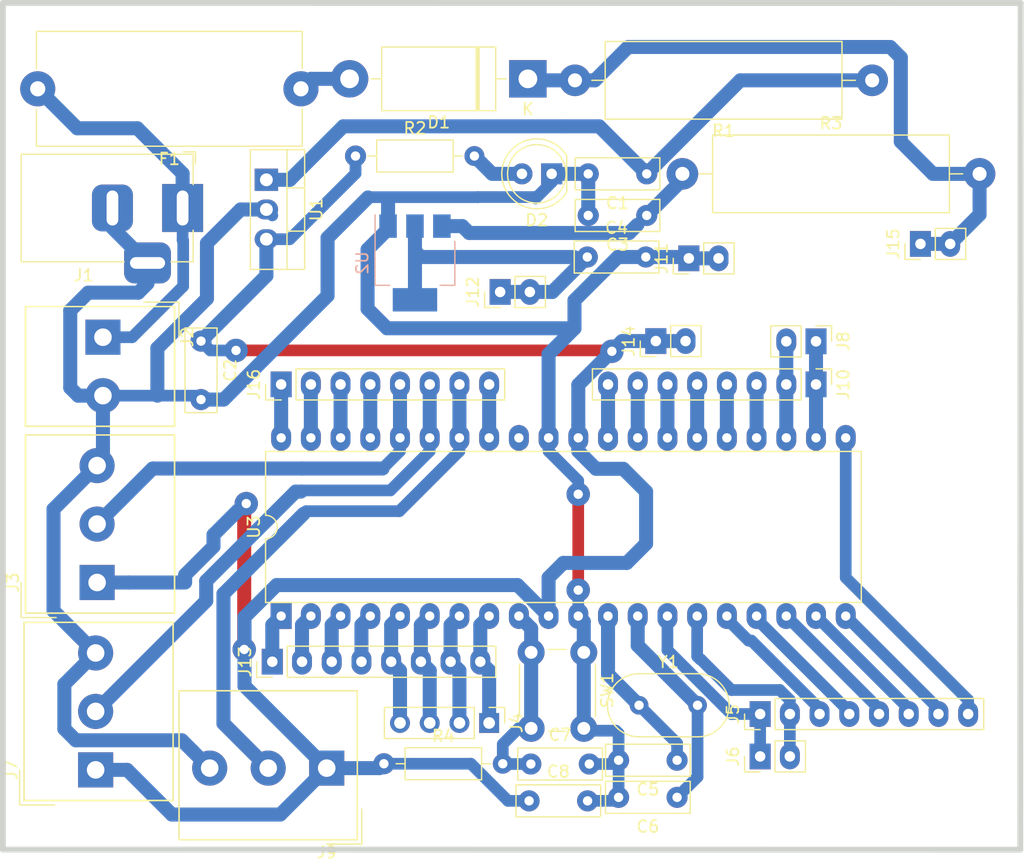
<source format=kicad_pcb>
(kicad_pcb (version 20171130) (host pcbnew "(5.1.6)-1")

  (general
    (thickness 1.6)
    (drawings 5)
    (tracks 296)
    (zones 0)
    (modules 36)
    (nets 46)
  )

  (page A4)
  (layers
    (0 F.Cu signal)
    (31 B.Cu signal)
    (32 B.Adhes user)
    (33 F.Adhes user)
    (34 B.Paste user)
    (35 F.Paste user)
    (36 B.SilkS user)
    (37 F.SilkS user)
    (38 B.Mask user)
    (39 F.Mask user)
    (40 Dwgs.User user)
    (41 Cmts.User user)
    (42 Eco1.User user)
    (43 Eco2.User user)
    (44 Edge.Cuts user)
    (45 Margin user)
    (46 B.CrtYd user)
    (47 F.CrtYd user)
    (48 B.Fab user)
    (49 F.Fab user)
  )

  (setup
    (last_trace_width 1)
    (user_trace_width 1)
    (user_trace_width 1.2)
    (trace_clearance 0.2)
    (zone_clearance 0.508)
    (zone_45_only no)
    (trace_min 0.2)
    (via_size 0.8)
    (via_drill 0.4)
    (via_min_size 0.4)
    (via_min_drill 0.3)
    (uvia_size 0.3)
    (uvia_drill 0.1)
    (uvias_allowed no)
    (uvia_min_size 0.2)
    (uvia_min_drill 0.1)
    (edge_width 0.05)
    (segment_width 0.2)
    (pcb_text_width 0.3)
    (pcb_text_size 1.5 1.5)
    (mod_edge_width 0.12)
    (mod_text_size 1 1)
    (mod_text_width 0.15)
    (pad_size 1.7 1.7)
    (pad_drill 0.8)
    (pad_to_mask_clearance 0.051)
    (solder_mask_min_width 0.25)
    (aux_axis_origin 0 0)
    (visible_elements 7FFFFFFF)
    (pcbplotparams
      (layerselection 0x010f0_ffffffff)
      (usegerberextensions true)
      (usegerberattributes false)
      (usegerberadvancedattributes false)
      (creategerberjobfile false)
      (excludeedgelayer true)
      (linewidth 0.100000)
      (plotframeref false)
      (viasonmask false)
      (mode 1)
      (useauxorigin false)
      (hpglpennumber 1)
      (hpglpenspeed 20)
      (hpglpendiameter 15.000000)
      (psnegative false)
      (psa4output false)
      (plotreference true)
      (plotvalue true)
      (plotinvisibletext false)
      (padsonsilk false)
      (subtractmaskfromsilk false)
      (outputformat 1)
      (mirror false)
      (drillshape 0)
      (scaleselection 1)
      (outputdirectory "Gerber/"))
  )

  (net 0 "")
  (net 1 "Net-(C1-Pad1)")
  (net 2 GND)
  (net 3 +5V)
  (net 4 +12V)
  (net 5 "Net-(D1-Pad2)")
  (net 6 "Net-(D2-Pad2)")
  (net 7 "Net-(F1-Pad2)")
  (net 8 "Net-(C3-Pad1)")
  (net 9 +3V3)
  (net 10 "Net-(C5-Pad1)")
  (net 11 "Net-(C6-Pad1)")
  (net 12 "Net-(C7-Pad1)")
  (net 13 /PA4)
  (net 14 /SCK)
  (net 15 /MISO)
  (net 16 /MOSI)
  (net 17 /SS)
  (net 18 /PD7)
  (net 19 /PD6)
  (net 20 /PD5)
  (net 21 /PD4)
  (net 22 /PD3)
  (net 23 /PD2)
  (net 24 /TX)
  (net 25 /RX)
  (net 26 /PA5)
  (net 27 /SCL)
  (net 28 /SDA)
  (net 29 /PA6)
  (net 30 /PC2)
  (net 31 /PC3)
  (net 32 /PC4)
  (net 33 /PC5)
  (net 34 /PC6)
  (net 35 /PC7)
  (net 36 /PB3)
  (net 37 /PB2)
  (net 38 /PB1)
  (net 39 /PB0)
  (net 40 /PA0)
  (net 41 /PA1)
  (net 42 /PA2)
  (net 43 /PA3)
  (net 44 /PA7)
  (net 45 "Net-(U3-Pad32)")

  (net_class Default "This is the default net class."
    (clearance 0.2)
    (trace_width 0.25)
    (via_dia 0.8)
    (via_drill 0.4)
    (uvia_dia 0.3)
    (uvia_drill 0.1)
    (add_net +12V)
    (add_net +3V3)
    (add_net +5V)
    (add_net /MISO)
    (add_net /MOSI)
    (add_net /PA0)
    (add_net /PA1)
    (add_net /PA2)
    (add_net /PA3)
    (add_net /PA4)
    (add_net /PA5)
    (add_net /PA6)
    (add_net /PA7)
    (add_net /PB0)
    (add_net /PB1)
    (add_net /PB2)
    (add_net /PB3)
    (add_net /PC2)
    (add_net /PC3)
    (add_net /PC4)
    (add_net /PC5)
    (add_net /PC6)
    (add_net /PC7)
    (add_net /PD2)
    (add_net /PD3)
    (add_net /PD4)
    (add_net /PD5)
    (add_net /PD6)
    (add_net /PD7)
    (add_net /RX)
    (add_net /SCK)
    (add_net /SCL)
    (add_net /SDA)
    (add_net /SS)
    (add_net /TX)
    (add_net GND)
    (add_net "Net-(C1-Pad1)")
    (add_net "Net-(C3-Pad1)")
    (add_net "Net-(C5-Pad1)")
    (add_net "Net-(C6-Pad1)")
    (add_net "Net-(C7-Pad1)")
    (add_net "Net-(D1-Pad2)")
    (add_net "Net-(D2-Pad2)")
    (add_net "Net-(F1-Pad2)")
    (add_net "Net-(U3-Pad32)")
  )

  (module Fuse:Fuseholder_Cylinder-5x20mm_Schurter_0031_8201_Horizontal_Open (layer F.Cu) (tedit 5D717D34) (tstamp 5EF0D229)
    (at 116.77 65.28 180)
    (descr "Fuseholder horizontal open, 5x20mm, 500V, 16A, Schurter 0031.8201, https://us.schurter.com/bundles/snceschurter/epim/_ProdPool_/newDS/en/typ_OGN.pdf")
    (tags "Fuseholder horizontal open 5x20 Schurter 0031.8201")
    (path /5E6B26C0)
    (fp_text reference F1 (at 11.25 -6) (layer F.SilkS)
      (effects (font (size 1 1) (thickness 0.15)))
    )
    (fp_text value Fuse (at 11.25 6) (layer F.Fab)
      (effects (font (size 1 1) (thickness 0.15)))
    )
    (fp_line (start -0.11 4.91) (end -0.11 1.75) (layer F.SilkS) (width 0.12))
    (fp_line (start 24.25 -5.05) (end 24.25 5.05) (layer F.CrtYd) (width 0.05))
    (fp_line (start -0.11 4.91) (end 22.61 4.91) (layer F.SilkS) (width 0.12))
    (fp_line (start -1.75 -5.05) (end 24.25 -5.05) (layer F.CrtYd) (width 0.05))
    (fp_line (start 24.25 5.05) (end -1.75 5.05) (layer F.CrtYd) (width 0.05))
    (fp_line (start -0.11 -4.91) (end 22.61 -4.91) (layer F.SilkS) (width 0.12))
    (fp_line (start -0.11 -1.75) (end -0.11 -4.91) (layer F.SilkS) (width 0.12))
    (fp_line (start 22.61 -1.75) (end 22.61 -4.91) (layer F.SilkS) (width 0.12))
    (fp_line (start 22.61 4.91) (end 22.61 1.75) (layer F.SilkS) (width 0.12))
    (fp_line (start -1.75 5.05) (end -1.75 -5.05) (layer F.CrtYd) (width 0.05))
    (fp_line (start 22.5 -4.8) (end 0 -4.8) (layer F.Fab) (width 0.1))
    (fp_line (start 22.5 4.8) (end 22.5 -4.8) (layer F.Fab) (width 0.1))
    (fp_line (start 0 4.8) (end 22.5 4.8) (layer F.Fab) (width 0.1))
    (fp_line (start 0 -4.8) (end 0 4.8) (layer F.Fab) (width 0.1))
    (fp_text user %R (at 11.25 4) (layer F.Fab)
      (effects (font (size 1 1) (thickness 0.15)))
    )
    (pad 1 thru_hole circle (at 0 0 180) (size 3 3) (drill 1.3) (layers *.Cu *.Mask)
      (net 5 "Net-(D1-Pad2)"))
    (pad 2 thru_hole circle (at 22.5 0 180) (size 3 3) (drill 1.3) (layers *.Cu *.Mask)
      (net 7 "Net-(F1-Pad2)"))
    (pad "" np_thru_hole circle (at 11.25 0 180) (size 2.7 2.7) (drill 2.7) (layers *.Cu *.Mask))
    (model ${KISYS3DMOD}/Fuse.3dshapes/Fuseholder_Cylinder-5x20mm_Schurter_0031_8201_Horizontal_Open.wrl
      (at (xyz 0 0 0))
      (scale (xyz 1 1 1))
      (rotate (xyz 0 0 0))
    )
  )

  (module TerminalBlock_Altech:Altech_AK300_1x03_P5.00mm_45-Degree (layer F.Cu) (tedit 5C27907F) (tstamp 5EF0FCD9)
    (at 118.97 123.38 180)
    (descr "Altech AK300 serie terminal block (Script generated with StandardBox.py) (http://www.altechcorp.com/PDFS/PCBMETRC.PDF)")
    (tags "Altech AK300 serie connector")
    (path /5F0303F1)
    (fp_text reference J9 (at 0 -7.2) (layer F.SilkS)
      (effects (font (size 1 1) (thickness 0.15)))
    )
    (fp_text value M3 (at 5 7.5) (layer F.Fab)
      (effects (font (size 1 1) (thickness 0.15)))
    )
    (fp_line (start -2 -6) (end 12.5 -6) (layer F.Fab) (width 0.1))
    (fp_line (start 12.5 -6) (end 12.5 6.5) (layer F.Fab) (width 0.1))
    (fp_line (start 12.5 6.5) (end -2.5 6.5) (layer F.Fab) (width 0.1))
    (fp_line (start -2.5 6.5) (end -2.5 -5.5) (layer F.Fab) (width 0.1))
    (fp_line (start -2.5 -5.5) (end -2 -6) (layer F.Fab) (width 0.1))
    (fp_line (start -3 -3.5) (end -3 -6.5) (layer F.SilkS) (width 0.12))
    (fp_line (start -3 -6.5) (end 0 -6.5) (layer F.SilkS) (width 0.12))
    (fp_line (start -2.62 -6.12) (end 12.62 -6.12) (layer F.SilkS) (width 0.12))
    (fp_line (start 12.62 -6.12) (end 12.62 6.62) (layer F.SilkS) (width 0.12))
    (fp_line (start -2.62 6.62) (end 12.62 6.62) (layer F.SilkS) (width 0.12))
    (fp_line (start -2.62 -6.12) (end -2.62 6.62) (layer F.SilkS) (width 0.12))
    (fp_line (start -2.62 -6.12) (end 12.62 -6.12) (layer F.SilkS) (width 0.12))
    (fp_line (start 12.62 -6.12) (end 12.62 6.62) (layer F.SilkS) (width 0.12))
    (fp_line (start -2.62 6.62) (end 12.62 6.62) (layer F.SilkS) (width 0.12))
    (fp_line (start -2.62 -6.12) (end -2.62 6.62) (layer F.SilkS) (width 0.12))
    (fp_line (start -2.75 -6.25) (end 12.75 -6.25) (layer F.CrtYd) (width 0.05))
    (fp_line (start 12.75 -6.25) (end 12.75 6.75) (layer F.CrtYd) (width 0.05))
    (fp_line (start -2.75 6.75) (end 12.75 6.75) (layer F.CrtYd) (width 0.05))
    (fp_line (start -2.75 -6.25) (end -2.75 6.75) (layer F.CrtYd) (width 0.05))
    (fp_text user %R (at 5 0.25) (layer F.Fab)
      (effects (font (size 1 1) (thickness 0.15)))
    )
    (pad 3 thru_hole circle (at 10 0 180) (size 3 3) (drill 1.5) (layers *.Cu *.Mask)
      (net 2 GND))
    (pad 2 thru_hole circle (at 5 0 180) (size 3 3) (drill 1.5) (layers *.Cu *.Mask)
      (net 29 /PA6))
    (pad 1 thru_hole rect (at 0 0 180) (size 3 3) (drill 1.5) (layers *.Cu *.Mask)
      (net 3 +5V))
    (model ${KISYS3DMOD}/TerminalBlock_Altech.3dshapes/Altech_AK300_1x03_P5.00mm_45-Degree.wrl
      (at (xyz 0 0 0))
      (scale (xyz 1 1 1))
      (rotate (xyz 0 0 0))
    )
  )

  (module Connector_PinHeader_2.54mm:PinHeader_1x02_P2.54mm_Vertical (layer F.Cu) (tedit 59FED5CC) (tstamp 5EF0FD21)
    (at 133.795 82.655 90)
    (descr "Through hole straight pin header, 1x02, 2.54mm pitch, single row")
    (tags "Through hole pin header THT 1x02 2.54mm single row")
    (path /5F0303A1)
    (fp_text reference J12 (at 0 -2.33 90) (layer F.SilkS)
      (effects (font (size 1 1) (thickness 0.15)))
    )
    (fp_text value 3.3V (at 0 4.87 90) (layer F.Fab)
      (effects (font (size 1 1) (thickness 0.15)))
    )
    (fp_line (start -0.635 -1.27) (end 1.27 -1.27) (layer F.Fab) (width 0.1))
    (fp_line (start 1.27 -1.27) (end 1.27 3.81) (layer F.Fab) (width 0.1))
    (fp_line (start 1.27 3.81) (end -1.27 3.81) (layer F.Fab) (width 0.1))
    (fp_line (start -1.27 3.81) (end -1.27 -0.635) (layer F.Fab) (width 0.1))
    (fp_line (start -1.27 -0.635) (end -0.635 -1.27) (layer F.Fab) (width 0.1))
    (fp_line (start -1.33 3.87) (end 1.33 3.87) (layer F.SilkS) (width 0.12))
    (fp_line (start -1.33 1.27) (end -1.33 3.87) (layer F.SilkS) (width 0.12))
    (fp_line (start 1.33 1.27) (end 1.33 3.87) (layer F.SilkS) (width 0.12))
    (fp_line (start -1.33 1.27) (end 1.33 1.27) (layer F.SilkS) (width 0.12))
    (fp_line (start -1.33 0) (end -1.33 -1.33) (layer F.SilkS) (width 0.12))
    (fp_line (start -1.33 -1.33) (end 0 -1.33) (layer F.SilkS) (width 0.12))
    (fp_line (start -1.8 -1.8) (end -1.8 4.35) (layer F.CrtYd) (width 0.05))
    (fp_line (start -1.8 4.35) (end 1.8 4.35) (layer F.CrtYd) (width 0.05))
    (fp_line (start 1.8 4.35) (end 1.8 -1.8) (layer F.CrtYd) (width 0.05))
    (fp_line (start 1.8 -1.8) (end -1.8 -1.8) (layer F.CrtYd) (width 0.05))
    (fp_text user %R (at 0 1.27) (layer F.Fab)
      (effects (font (size 1 1) (thickness 0.15)))
    )
    (pad 2 thru_hole oval (at 0 2.54 90) (size 2.2 1.7) (drill 0.9) (layers *.Cu *.Mask)
      (net 9 +3V3))
    (pad 1 thru_hole rect (at 0 0 90) (size 2.2 1.8) (drill 0.9) (layers *.Cu *.Mask)
      (net 9 +3V3))
    (model ${KISYS3DMOD}/Connector_PinHeader_2.54mm.3dshapes/PinHeader_1x02_P2.54mm_Vertical.wrl
      (at (xyz 0 0 0))
      (scale (xyz 1 1 1))
      (rotate (xyz 0 0 0))
    )
  )

  (module Capacitor_THT:C_Disc_D7.0mm_W2.5mm_P5.00mm (layer F.Cu) (tedit 5EF787E0) (tstamp 5EF0D1CF)
    (at 146.327 72.555 180)
    (descr "C, Disc series, Radial, pin pitch=5.00mm, , diameter*width=7*2.5mm^2, Capacitor, http://cdn-reichelt.de/documents/datenblatt/B300/DS_KERKO_TC.pdf")
    (tags "C Disc series Radial pin pitch 5.00mm  diameter 7mm width 2.5mm Capacitor")
    (path /5E6C2CE8)
    (fp_text reference C1 (at 2.5 -2.5) (layer F.SilkS)
      (effects (font (size 1 1) (thickness 0.15)))
    )
    (fp_text value 334 (at 2.5 2.5) (layer F.Fab)
      (effects (font (size 1 1) (thickness 0.15)))
    )
    (fp_line (start 6.25 -1.5) (end -1.25 -1.5) (layer F.CrtYd) (width 0.05))
    (fp_line (start 6.25 1.5) (end 6.25 -1.5) (layer F.CrtYd) (width 0.05))
    (fp_line (start -1.25 1.5) (end 6.25 1.5) (layer F.CrtYd) (width 0.05))
    (fp_line (start -1.25 -1.5) (end -1.25 1.5) (layer F.CrtYd) (width 0.05))
    (fp_line (start 6.12 -1.37) (end 6.12 1.37) (layer F.SilkS) (width 0.12))
    (fp_line (start -1.12 -1.37) (end -1.12 1.37) (layer F.SilkS) (width 0.12))
    (fp_line (start -1.12 1.37) (end 6.12 1.37) (layer F.SilkS) (width 0.12))
    (fp_line (start -1.12 -1.37) (end 6.12 -1.37) (layer F.SilkS) (width 0.12))
    (fp_line (start 6 -1.25) (end -1 -1.25) (layer F.Fab) (width 0.1))
    (fp_line (start 6 1.25) (end 6 -1.25) (layer F.Fab) (width 0.1))
    (fp_line (start -1 1.25) (end 6 1.25) (layer F.Fab) (width 0.1))
    (fp_line (start -1 -1.25) (end -1 1.25) (layer F.Fab) (width 0.1))
    (fp_text user %R (at 2.5 0) (layer F.Fab)
      (effects (font (size 1 1) (thickness 0.15)))
    )
    (pad 1 thru_hole circle (at 0 0 180) (size 1.8 1.8) (drill 0.8) (layers *.Cu *.Mask)
      (net 1 "Net-(C1-Pad1)"))
    (pad 2 thru_hole circle (at 5 0 180) (size 1.8 1.8) (drill 0.8) (layers *.Cu *.Mask)
      (net 2 GND))
    (model ${KISYS3DMOD}/Capacitor_THT.3dshapes/C_Disc_D7.0mm_W2.5mm_P5.00mm.wrl
      (at (xyz 0 0 0))
      (scale (xyz 1 1 1))
      (rotate (xyz 0 0 0))
    )
  )

  (module Capacitor_THT:C_Disc_D7.0mm_W2.5mm_P5.00mm (layer F.Cu) (tedit 5AE50EF0) (tstamp 5EF0D1E2)
    (at 108.227 86.859 270)
    (descr "C, Disc series, Radial, pin pitch=5.00mm, , diameter*width=7*2.5mm^2, Capacitor, http://cdn-reichelt.de/documents/datenblatt/B300/DS_KERKO_TC.pdf")
    (tags "C Disc series Radial pin pitch 5.00mm  diameter 7mm width 2.5mm Capacitor")
    (path /5E6C8B29)
    (fp_text reference C2 (at 2.5 -2.5 90) (layer F.SilkS)
      (effects (font (size 1 1) (thickness 0.15)))
    )
    (fp_text value 104 (at 2.5 2.5 90) (layer F.Fab)
      (effects (font (size 1 1) (thickness 0.15)))
    )
    (fp_line (start -1 -1.25) (end -1 1.25) (layer F.Fab) (width 0.1))
    (fp_line (start -1 1.25) (end 6 1.25) (layer F.Fab) (width 0.1))
    (fp_line (start 6 1.25) (end 6 -1.25) (layer F.Fab) (width 0.1))
    (fp_line (start 6 -1.25) (end -1 -1.25) (layer F.Fab) (width 0.1))
    (fp_line (start -1.12 -1.37) (end 6.12 -1.37) (layer F.SilkS) (width 0.12))
    (fp_line (start -1.12 1.37) (end 6.12 1.37) (layer F.SilkS) (width 0.12))
    (fp_line (start -1.12 -1.37) (end -1.12 1.37) (layer F.SilkS) (width 0.12))
    (fp_line (start 6.12 -1.37) (end 6.12 1.37) (layer F.SilkS) (width 0.12))
    (fp_line (start -1.25 -1.5) (end -1.25 1.5) (layer F.CrtYd) (width 0.05))
    (fp_line (start -1.25 1.5) (end 6.25 1.5) (layer F.CrtYd) (width 0.05))
    (fp_line (start 6.25 1.5) (end 6.25 -1.5) (layer F.CrtYd) (width 0.05))
    (fp_line (start 6.25 -1.5) (end -1.25 -1.5) (layer F.CrtYd) (width 0.05))
    (fp_text user %R (at 2.5 0 90) (layer F.Fab)
      (effects (font (size 1 1) (thickness 0.15)))
    )
    (pad 2 thru_hole circle (at 5 0 270) (size 1.8 1.8) (drill 0.8) (layers *.Cu *.Mask)
      (net 2 GND))
    (pad 1 thru_hole circle (at 0 0 270) (size 1.8 1.8) (drill 0.8) (layers *.Cu *.Mask)
      (net 3 +5V))
    (model ${KISYS3DMOD}/Capacitor_THT.3dshapes/C_Disc_D7.0mm_W2.5mm_P5.00mm.wrl
      (at (xyz 0 0 0))
      (scale (xyz 1 1 1))
      (rotate (xyz 0 0 0))
    )
  )

  (module Diode_THT:D_DO-201AD_P15.24mm_Horizontal (layer F.Cu) (tedit 5AE50CD5) (tstamp 5EF0DD6C)
    (at 136.167 64.427 180)
    (descr "Diode, DO-201AD series, Axial, Horizontal, pin pitch=15.24mm, , length*diameter=9.5*5.2mm^2, , http://www.diodes.com/_files/packages/DO-201AD.pdf")
    (tags "Diode DO-201AD series Axial Horizontal pin pitch 15.24mm  length 9.5mm diameter 5.2mm")
    (path /5E6BF219)
    (fp_text reference D1 (at 7.62 -3.72) (layer F.SilkS)
      (effects (font (size 1 1) (thickness 0.15)))
    )
    (fp_text value 1N5407 (at 7.62 3.72) (layer F.Fab)
      (effects (font (size 1 1) (thickness 0.15)))
    )
    (fp_line (start 17.09 -2.85) (end -1.85 -2.85) (layer F.CrtYd) (width 0.05))
    (fp_line (start 17.09 2.85) (end 17.09 -2.85) (layer F.CrtYd) (width 0.05))
    (fp_line (start -1.85 2.85) (end 17.09 2.85) (layer F.CrtYd) (width 0.05))
    (fp_line (start -1.85 -2.85) (end -1.85 2.85) (layer F.CrtYd) (width 0.05))
    (fp_line (start 4.175 -2.72) (end 4.175 2.72) (layer F.SilkS) (width 0.12))
    (fp_line (start 4.415 -2.72) (end 4.415 2.72) (layer F.SilkS) (width 0.12))
    (fp_line (start 4.295 -2.72) (end 4.295 2.72) (layer F.SilkS) (width 0.12))
    (fp_line (start 13.4 0) (end 12.49 0) (layer F.SilkS) (width 0.12))
    (fp_line (start 1.84 0) (end 2.75 0) (layer F.SilkS) (width 0.12))
    (fp_line (start 12.49 -2.72) (end 2.75 -2.72) (layer F.SilkS) (width 0.12))
    (fp_line (start 12.49 2.72) (end 12.49 -2.72) (layer F.SilkS) (width 0.12))
    (fp_line (start 2.75 2.72) (end 12.49 2.72) (layer F.SilkS) (width 0.12))
    (fp_line (start 2.75 -2.72) (end 2.75 2.72) (layer F.SilkS) (width 0.12))
    (fp_line (start 4.195 -2.6) (end 4.195 2.6) (layer F.Fab) (width 0.1))
    (fp_line (start 4.395 -2.6) (end 4.395 2.6) (layer F.Fab) (width 0.1))
    (fp_line (start 4.295 -2.6) (end 4.295 2.6) (layer F.Fab) (width 0.1))
    (fp_line (start 15.24 0) (end 12.37 0) (layer F.Fab) (width 0.1))
    (fp_line (start 0 0) (end 2.87 0) (layer F.Fab) (width 0.1))
    (fp_line (start 12.37 -2.6) (end 2.87 -2.6) (layer F.Fab) (width 0.1))
    (fp_line (start 12.37 2.6) (end 12.37 -2.6) (layer F.Fab) (width 0.1))
    (fp_line (start 2.87 2.6) (end 12.37 2.6) (layer F.Fab) (width 0.1))
    (fp_line (start 2.87 -2.6) (end 2.87 2.6) (layer F.Fab) (width 0.1))
    (fp_text user %R (at 8.3325 0) (layer F.Fab)
      (effects (font (size 1 1) (thickness 0.15)))
    )
    (fp_text user K (at 0 -2.6) (layer F.Fab)
      (effects (font (size 1 1) (thickness 0.15)))
    )
    (fp_text user K (at 0 -2.6) (layer F.SilkS)
      (effects (font (size 1 1) (thickness 0.15)))
    )
    (pad 1 thru_hole rect (at 0 0 180) (size 3.2 3.2) (drill 1.6) (layers *.Cu *.Mask)
      (net 4 +12V))
    (pad 2 thru_hole oval (at 15.24 0 180) (size 3.2 3.2) (drill 1.6) (layers *.Cu *.Mask)
      (net 5 "Net-(D1-Pad2)"))
    (model ${KISYS3DMOD}/Diode_THT.3dshapes/D_DO-201AD_P15.24mm_Horizontal.wrl
      (at (xyz 0 0 0))
      (scale (xyz 1 1 1))
      (rotate (xyz 0 0 0))
    )
  )

  (module LED_THT:LED_D5.0mm (layer F.Cu) (tedit 5995936A) (tstamp 5EF0D213)
    (at 138.199 72.555 180)
    (descr "LED, diameter 5.0mm, 2 pins, http://cdn-reichelt.de/documents/datenblatt/A500/LL-504BC2E-009.pdf")
    (tags "LED diameter 5.0mm 2 pins")
    (path /5E6CDFF8)
    (fp_text reference D2 (at 1.27 -3.96) (layer F.SilkS)
      (effects (font (size 1 1) (thickness 0.15)))
    )
    (fp_text value LED (at 1.27 3.96) (layer F.Fab)
      (effects (font (size 1 1) (thickness 0.15)))
    )
    (fp_line (start 4.5 -3.25) (end -1.95 -3.25) (layer F.CrtYd) (width 0.05))
    (fp_line (start 4.5 3.25) (end 4.5 -3.25) (layer F.CrtYd) (width 0.05))
    (fp_line (start -1.95 3.25) (end 4.5 3.25) (layer F.CrtYd) (width 0.05))
    (fp_line (start -1.95 -3.25) (end -1.95 3.25) (layer F.CrtYd) (width 0.05))
    (fp_line (start -1.29 -1.545) (end -1.29 1.545) (layer F.SilkS) (width 0.12))
    (fp_line (start -1.23 -1.469694) (end -1.23 1.469694) (layer F.Fab) (width 0.1))
    (fp_circle (center 1.27 0) (end 3.77 0) (layer F.SilkS) (width 0.12))
    (fp_circle (center 1.27 0) (end 3.77 0) (layer F.Fab) (width 0.1))
    (fp_arc (start 1.27 0) (end -1.23 -1.469694) (angle 299.1) (layer F.Fab) (width 0.1))
    (fp_arc (start 1.27 0) (end -1.29 -1.54483) (angle 148.9) (layer F.SilkS) (width 0.12))
    (fp_arc (start 1.27 0) (end -1.29 1.54483) (angle -148.9) (layer F.SilkS) (width 0.12))
    (fp_text user %R (at 1.25 0) (layer F.Fab)
      (effects (font (size 0.8 0.8) (thickness 0.2)))
    )
    (pad 1 thru_hole rect (at 0 0 180) (size 1.8 1.8) (drill 0.9) (layers *.Cu *.Mask)
      (net 2 GND))
    (pad 2 thru_hole circle (at 2.54 0 180) (size 1.8 1.8) (drill 0.9) (layers *.Cu *.Mask)
      (net 6 "Net-(D2-Pad2)"))
    (model ${KISYS3DMOD}/LED_THT.3dshapes/LED_D5.0mm.wrl
      (at (xyz 0 0 0))
      (scale (xyz 1 1 1))
      (rotate (xyz 0 0 0))
    )
  )

  (module Connector_BarrelJack:BarrelJack_Horizontal (layer F.Cu) (tedit 5EF7AA30) (tstamp 5EF0D24C)
    (at 106.655 75.475)
    (descr "DC Barrel Jack")
    (tags "Power Jack")
    (path /5E6B013A)
    (fp_text reference J1 (at -8.45 5.75) (layer F.SilkS)
      (effects (font (size 1 1) (thickness 0.15)))
    )
    (fp_text value Barrel_Jack_Switch (at -6.2 -5.5) (layer F.Fab)
      (effects (font (size 1 1) (thickness 0.15)))
    )
    (fp_line (start 0 -4.5) (end -13.7 -4.5) (layer F.Fab) (width 0.1))
    (fp_line (start 0.8 4.5) (end 0.8 -3.75) (layer F.Fab) (width 0.1))
    (fp_line (start -13.7 4.5) (end 0.8 4.5) (layer F.Fab) (width 0.1))
    (fp_line (start -13.7 -4.5) (end -13.7 4.5) (layer F.Fab) (width 0.1))
    (fp_line (start -10.2 -4.5) (end -10.2 4.5) (layer F.Fab) (width 0.1))
    (fp_line (start 0.9 -4.6) (end 0.9 -2) (layer F.SilkS) (width 0.12))
    (fp_line (start -13.8 -4.6) (end 0.9 -4.6) (layer F.SilkS) (width 0.12))
    (fp_line (start 0.9 4.6) (end -1 4.6) (layer F.SilkS) (width 0.12))
    (fp_line (start 0.9 1.9) (end 0.9 4.6) (layer F.SilkS) (width 0.12))
    (fp_line (start -13.8 4.6) (end -13.8 -4.6) (layer F.SilkS) (width 0.12))
    (fp_line (start -5 4.6) (end -13.8 4.6) (layer F.SilkS) (width 0.12))
    (fp_line (start -14 4.75) (end -14 -4.75) (layer F.CrtYd) (width 0.05))
    (fp_line (start -5 4.75) (end -14 4.75) (layer F.CrtYd) (width 0.05))
    (fp_line (start -5 6.75) (end -5 4.75) (layer F.CrtYd) (width 0.05))
    (fp_line (start -1 6.75) (end -5 6.75) (layer F.CrtYd) (width 0.05))
    (fp_line (start -1 4.75) (end -1 6.75) (layer F.CrtYd) (width 0.05))
    (fp_line (start 1 4.75) (end -1 4.75) (layer F.CrtYd) (width 0.05))
    (fp_line (start 1 2) (end 1 4.75) (layer F.CrtYd) (width 0.05))
    (fp_line (start 2 2) (end 1 2) (layer F.CrtYd) (width 0.05))
    (fp_line (start 2 -2) (end 2 2) (layer F.CrtYd) (width 0.05))
    (fp_line (start 1 -2) (end 2 -2) (layer F.CrtYd) (width 0.05))
    (fp_line (start 1 -4.5) (end 1 -2) (layer F.CrtYd) (width 0.05))
    (fp_line (start 1 -4.75) (end -14 -4.75) (layer F.CrtYd) (width 0.05))
    (fp_line (start 1 -4.5) (end 1 -4.75) (layer F.CrtYd) (width 0.05))
    (fp_line (start 0.05 -4.8) (end 1.1 -4.8) (layer F.SilkS) (width 0.12))
    (fp_line (start 1.1 -3.75) (end 1.1 -4.8) (layer F.SilkS) (width 0.12))
    (fp_line (start -0.003213 -4.505425) (end 0.8 -3.75) (layer F.Fab) (width 0.1))
    (fp_text user %R (at -3 -2.95) (layer F.Fab)
      (effects (font (size 1 1) (thickness 0.15)))
    )
    (pad 1 thru_hole rect (at 0 0) (size 3.5 4.1) (drill oval 1 3) (layers *.Cu *.Mask)
      (net 7 "Net-(F1-Pad2)"))
    (pad 2 thru_hole roundrect (at -6 0) (size 3.5 4) (drill oval 1 3) (layers *.Cu *.Mask) (roundrect_rratio 0.25)
      (net 2 GND))
    (pad 3 thru_hole roundrect (at -3 4.7) (size 4 3.5) (drill oval 3 1) (layers *.Cu *.Mask) (roundrect_rratio 0.25)
      (net 2 GND))
    (model ${KISYS3DMOD}/Connector_BarrelJack.3dshapes/BarrelJack_Horizontal.wrl
      (at (xyz 0 0 0))
      (scale (xyz 1 1 1))
      (rotate (xyz 0 0 0))
    )
  )

  (module TerminalBlock_Altech:Altech_AK300_1x02_P5.00mm_45-Degree (layer F.Cu) (tedit 5C27907F) (tstamp 5EF0D266)
    (at 99.845 86.525 270)
    (descr "Altech AK300 serie terminal block (Script generated with StandardBox.py) (http://www.altechcorp.com/PDFS/PCBMETRC.PDF)")
    (tags "Altech AK300 serie connector")
    (path /5EF55DDB)
    (fp_text reference J2 (at 0 -7.2 90) (layer F.SilkS)
      (effects (font (size 1 1) (thickness 0.15)))
    )
    (fp_text value Input (at 2.5 7.5 90) (layer F.Fab)
      (effects (font (size 1 1) (thickness 0.15)))
    )
    (fp_line (start -2.75 -6.25) (end -2.75 6.75) (layer F.CrtYd) (width 0.05))
    (fp_line (start -2.75 6.75) (end 7.75 6.75) (layer F.CrtYd) (width 0.05))
    (fp_line (start 7.75 -6.25) (end 7.75 6.75) (layer F.CrtYd) (width 0.05))
    (fp_line (start -2.75 -6.25) (end 7.75 -6.25) (layer F.CrtYd) (width 0.05))
    (fp_line (start -2.62 -6.12) (end -2.62 6.62) (layer F.SilkS) (width 0.12))
    (fp_line (start -2.62 6.62) (end 7.62 6.62) (layer F.SilkS) (width 0.12))
    (fp_line (start 7.62 -6.12) (end 7.62 6.62) (layer F.SilkS) (width 0.12))
    (fp_line (start -2.62 -6.12) (end 7.62 -6.12) (layer F.SilkS) (width 0.12))
    (fp_line (start -2.62 -6.12) (end -2.62 6.62) (layer F.SilkS) (width 0.12))
    (fp_line (start -2.62 6.62) (end 7.62 6.62) (layer F.SilkS) (width 0.12))
    (fp_line (start 7.62 -6.12) (end 7.62 6.62) (layer F.SilkS) (width 0.12))
    (fp_line (start -2.62 -6.12) (end 7.62 -6.12) (layer F.SilkS) (width 0.12))
    (fp_line (start -3 -6.5) (end 0 -6.5) (layer F.SilkS) (width 0.12))
    (fp_line (start -3 -3.5) (end -3 -6.5) (layer F.SilkS) (width 0.12))
    (fp_line (start -2.5 -5.5) (end -2 -6) (layer F.Fab) (width 0.1))
    (fp_line (start -2.5 6.5) (end -2.5 -5.5) (layer F.Fab) (width 0.1))
    (fp_line (start 7.5 6.5) (end -2.5 6.5) (layer F.Fab) (width 0.1))
    (fp_line (start 7.5 -6) (end 7.5 6.5) (layer F.Fab) (width 0.1))
    (fp_line (start -2 -6) (end 7.5 -6) (layer F.Fab) (width 0.1))
    (fp_text user %R (at 2.5 0.25 90) (layer F.Fab)
      (effects (font (size 1 1) (thickness 0.15)))
    )
    (pad 1 thru_hole rect (at 0 0 270) (size 3 3) (drill 1.5) (layers *.Cu *.Mask)
      (net 7 "Net-(F1-Pad2)"))
    (pad 2 thru_hole circle (at 5 0 270) (size 3 3) (drill 1.5) (layers *.Cu *.Mask)
      (net 2 GND))
    (model ${KISYS3DMOD}/TerminalBlock_Altech.3dshapes/Altech_AK300_1x02_P5.00mm_45-Degree.wrl
      (at (xyz 0 0 0))
      (scale (xyz 1 1 1))
      (rotate (xyz 0 0 0))
    )
  )

  (module Resistor_THT:R_Axial_Power_L20.0mm_W6.4mm_P25.40mm (layer F.Cu) (tedit 5AE5139B) (tstamp 5EF0D27D)
    (at 165.595 64.555 180)
    (descr "Resistor, Axial_Power series, Box, pin pitch=25.4mm, 4W, length*width*height=20*6.4*6.4mm^3, http://cdn-reichelt.de/documents/datenblatt/B400/5WAXIAL_9WAXIAL_11WAXIAL_17WAXIAL%23YAG.pdf")
    (tags "Resistor Axial_Power series Box pin pitch 25.4mm 4W length 20mm width 6.4mm height 6.4mm")
    (path /5E6C1618)
    (fp_text reference R1 (at 12.7 -4.32) (layer F.SilkS)
      (effects (font (size 1 1) (thickness 0.15)))
    )
    (fp_text value 10/2W (at 12.7 4.32) (layer F.Fab)
      (effects (font (size 1 1) (thickness 0.15)))
    )
    (fp_line (start 26.85 -3.45) (end -1.45 -3.45) (layer F.CrtYd) (width 0.05))
    (fp_line (start 26.85 3.45) (end 26.85 -3.45) (layer F.CrtYd) (width 0.05))
    (fp_line (start -1.45 3.45) (end 26.85 3.45) (layer F.CrtYd) (width 0.05))
    (fp_line (start -1.45 -3.45) (end -1.45 3.45) (layer F.CrtYd) (width 0.05))
    (fp_line (start 23.96 0) (end 22.82 0) (layer F.SilkS) (width 0.12))
    (fp_line (start 1.44 0) (end 2.58 0) (layer F.SilkS) (width 0.12))
    (fp_line (start 22.82 -3.32) (end 2.58 -3.32) (layer F.SilkS) (width 0.12))
    (fp_line (start 22.82 3.32) (end 22.82 -3.32) (layer F.SilkS) (width 0.12))
    (fp_line (start 2.58 3.32) (end 22.82 3.32) (layer F.SilkS) (width 0.12))
    (fp_line (start 2.58 -3.32) (end 2.58 3.32) (layer F.SilkS) (width 0.12))
    (fp_line (start 25.4 0) (end 22.7 0) (layer F.Fab) (width 0.1))
    (fp_line (start 0 0) (end 2.7 0) (layer F.Fab) (width 0.1))
    (fp_line (start 22.7 -3.2) (end 2.7 -3.2) (layer F.Fab) (width 0.1))
    (fp_line (start 22.7 3.2) (end 22.7 -3.2) (layer F.Fab) (width 0.1))
    (fp_line (start 2.7 3.2) (end 22.7 3.2) (layer F.Fab) (width 0.1))
    (fp_line (start 2.7 -3.2) (end 2.7 3.2) (layer F.Fab) (width 0.1))
    (fp_text user %R (at 12.7 0) (layer F.Fab)
      (effects (font (size 1 1) (thickness 0.15)))
    )
    (pad 1 thru_hole circle (at 0 0 180) (size 2.7 2.7) (drill 1.2) (layers *.Cu *.Mask)
      (net 1 "Net-(C1-Pad1)"))
    (pad 2 thru_hole oval (at 25.4 0 180) (size 2.7 2.7) (drill 1.2) (layers *.Cu *.Mask)
      (net 4 +12V))
    (model ${KISYS3DMOD}/Resistor_THT.3dshapes/R_Axial_Power_L20.0mm_W6.4mm_P25.40mm.wrl
      (at (xyz 0 0 0))
      (scale (xyz 1 1 1))
      (rotate (xyz 0 0 0))
    )
  )

  (module Resistor_THT:R_Axial_DIN0207_L6.3mm_D2.5mm_P10.16mm_Horizontal (layer F.Cu) (tedit 5EF7AA9D) (tstamp 5EF0D294)
    (at 121.435 71.031)
    (descr "Resistor, Axial_DIN0207 series, Axial, Horizontal, pin pitch=10.16mm, 0.25W = 1/4W, length*diameter=6.3*2.5mm^2, http://cdn-reichelt.de/documents/datenblatt/B400/1_4W%23YAG.pdf")
    (tags "Resistor Axial_DIN0207 series Axial Horizontal pin pitch 10.16mm 0.25W = 1/4W length 6.3mm diameter 2.5mm")
    (path /5E6CF33B)
    (fp_text reference R2 (at 5.08 -2.37) (layer F.SilkS)
      (effects (font (size 1 1) (thickness 0.15)))
    )
    (fp_text value 330 (at 5.08 2.37) (layer F.Fab)
      (effects (font (size 1 1) (thickness 0.15)))
    )
    (fp_line (start 11.21 -1.5) (end -1.05 -1.5) (layer F.CrtYd) (width 0.05))
    (fp_line (start 11.21 1.5) (end 11.21 -1.5) (layer F.CrtYd) (width 0.05))
    (fp_line (start -1.05 1.5) (end 11.21 1.5) (layer F.CrtYd) (width 0.05))
    (fp_line (start -1.05 -1.5) (end -1.05 1.5) (layer F.CrtYd) (width 0.05))
    (fp_line (start 9.12 0) (end 8.35 0) (layer F.SilkS) (width 0.12))
    (fp_line (start 1.04 0) (end 1.81 0) (layer F.SilkS) (width 0.12))
    (fp_line (start 8.35 -1.37) (end 1.81 -1.37) (layer F.SilkS) (width 0.12))
    (fp_line (start 8.35 1.37) (end 8.35 -1.37) (layer F.SilkS) (width 0.12))
    (fp_line (start 1.81 1.37) (end 8.35 1.37) (layer F.SilkS) (width 0.12))
    (fp_line (start 1.81 -1.37) (end 1.81 1.37) (layer F.SilkS) (width 0.12))
    (fp_line (start 10.16 0) (end 8.23 0) (layer F.Fab) (width 0.1))
    (fp_line (start 0 0) (end 1.93 0) (layer F.Fab) (width 0.1))
    (fp_line (start 8.23 -1.25) (end 1.93 -1.25) (layer F.Fab) (width 0.1))
    (fp_line (start 8.23 1.25) (end 8.23 -1.25) (layer F.Fab) (width 0.1))
    (fp_line (start 1.93 1.25) (end 8.23 1.25) (layer F.Fab) (width 0.1))
    (fp_line (start 1.93 -1.25) (end 1.93 1.25) (layer F.Fab) (width 0.1))
    (fp_text user %R (at 5.08 0) (layer F.Fab)
      (effects (font (size 1 1) (thickness 0.15)))
    )
    (pad 1 thru_hole circle (at 0 0) (size 1.8 1.8) (drill 0.8) (layers *.Cu *.Mask)
      (net 3 +5V))
    (pad 2 thru_hole oval (at 10.16 0) (size 1.7 1.7) (drill 0.8) (layers *.Cu *.Mask)
      (net 6 "Net-(D2-Pad2)"))
    (model ${KISYS3DMOD}/Resistor_THT.3dshapes/R_Axial_DIN0207_L6.3mm_D2.5mm_P10.16mm_Horizontal.wrl
      (at (xyz 0 0 0))
      (scale (xyz 1 1 1))
      (rotate (xyz 0 0 0))
    )
  )

  (module Package_TO_SOT_THT:TO-220-3_Vertical (layer F.Cu) (tedit 5EF7872B) (tstamp 5EF0D2AE)
    (at 113.815 73.063 270)
    (descr "TO-220-3, Vertical, RM 2.54mm, see https://www.vishay.com/docs/66542/to-220-1.pdf")
    (tags "TO-220-3 Vertical RM 2.54mm")
    (path /5E6C418C)
    (fp_text reference U1 (at 2.54 -4.27 90) (layer F.SilkS)
      (effects (font (size 1 1) (thickness 0.15)))
    )
    (fp_text value L7805 (at 2.54 2.5 90) (layer F.Fab)
      (effects (font (size 1 1) (thickness 0.15)))
    )
    (fp_line (start 7.79 -3.4) (end -2.71 -3.4) (layer F.CrtYd) (width 0.05))
    (fp_line (start 7.79 1.51) (end 7.79 -3.4) (layer F.CrtYd) (width 0.05))
    (fp_line (start -2.71 1.51) (end 7.79 1.51) (layer F.CrtYd) (width 0.05))
    (fp_line (start -2.71 -3.4) (end -2.71 1.51) (layer F.CrtYd) (width 0.05))
    (fp_line (start 4.391 -3.27) (end 4.391 -1.76) (layer F.SilkS) (width 0.12))
    (fp_line (start 0.69 -3.27) (end 0.69 -1.76) (layer F.SilkS) (width 0.12))
    (fp_line (start -2.58 -1.76) (end 7.66 -1.76) (layer F.SilkS) (width 0.12))
    (fp_line (start 7.66 -3.27) (end 7.66 1.371) (layer F.SilkS) (width 0.12))
    (fp_line (start -2.58 -3.27) (end -2.58 1.371) (layer F.SilkS) (width 0.12))
    (fp_line (start -2.58 1.371) (end 7.66 1.371) (layer F.SilkS) (width 0.12))
    (fp_line (start -2.58 -3.27) (end 7.66 -3.27) (layer F.SilkS) (width 0.12))
    (fp_line (start 4.39 -3.15) (end 4.39 -1.88) (layer F.Fab) (width 0.1))
    (fp_line (start 0.69 -3.15) (end 0.69 -1.88) (layer F.Fab) (width 0.1))
    (fp_line (start -2.46 -1.88) (end 7.54 -1.88) (layer F.Fab) (width 0.1))
    (fp_line (start 7.54 -3.15) (end -2.46 -3.15) (layer F.Fab) (width 0.1))
    (fp_line (start 7.54 1.25) (end 7.54 -3.15) (layer F.Fab) (width 0.1))
    (fp_line (start -2.46 1.25) (end 7.54 1.25) (layer F.Fab) (width 0.1))
    (fp_line (start -2.46 -3.15) (end -2.46 1.25) (layer F.Fab) (width 0.1))
    (fp_text user %R (at 2.54 -4.27 90) (layer F.Fab)
      (effects (font (size 1 1) (thickness 0.15)))
    )
    (pad 1 thru_hole rect (at 0 0 270) (size 1.905 2) (drill 1.1) (layers *.Cu *.Mask)
      (net 1 "Net-(C1-Pad1)"))
    (pad 2 thru_hole oval (at 2.54 0 270) (size 1.7 2) (drill 1.1) (layers *.Cu *.Mask)
      (net 2 GND))
    (pad 3 thru_hole oval (at 5.08 0 270) (size 1.7 2) (drill 1.1) (layers *.Cu *.Mask)
      (net 3 +5V))
    (model ${KISYS3DMOD}/Package_TO_SOT_THT.3dshapes/TO-220-3_Vertical.wrl
      (at (xyz 0 0 0))
      (scale (xyz 1 1 1))
      (rotate (xyz 0 0 0))
    )
  )

  (module Capacitor_THT:C_Disc_D7.0mm_W2.5mm_P5.00mm (layer F.Cu) (tedit 5AE50EF0) (tstamp 5EF0DFDA)
    (at 146.327 76.111 180)
    (descr "C, Disc series, Radial, pin pitch=5.00mm, , diameter*width=7*2.5mm^2, Capacitor, http://cdn-reichelt.de/documents/datenblatt/B300/DS_KERKO_TC.pdf")
    (tags "C Disc series Radial pin pitch 5.00mm  diameter 7mm width 2.5mm Capacitor")
    (path /5F01980A)
    (fp_text reference C3 (at 2.5 -2.5) (layer F.SilkS)
      (effects (font (size 1 1) (thickness 0.15)))
    )
    (fp_text value 10uf (at 2.5 2.5) (layer F.Fab)
      (effects (font (size 1 1) (thickness 0.15)))
    )
    (fp_line (start 6.25 -1.5) (end -1.25 -1.5) (layer F.CrtYd) (width 0.05))
    (fp_line (start 6.25 1.5) (end 6.25 -1.5) (layer F.CrtYd) (width 0.05))
    (fp_line (start -1.25 1.5) (end 6.25 1.5) (layer F.CrtYd) (width 0.05))
    (fp_line (start -1.25 -1.5) (end -1.25 1.5) (layer F.CrtYd) (width 0.05))
    (fp_line (start 6.12 -1.37) (end 6.12 1.37) (layer F.SilkS) (width 0.12))
    (fp_line (start -1.12 -1.37) (end -1.12 1.37) (layer F.SilkS) (width 0.12))
    (fp_line (start -1.12 1.37) (end 6.12 1.37) (layer F.SilkS) (width 0.12))
    (fp_line (start -1.12 -1.37) (end 6.12 -1.37) (layer F.SilkS) (width 0.12))
    (fp_line (start 6 -1.25) (end -1 -1.25) (layer F.Fab) (width 0.1))
    (fp_line (start 6 1.25) (end 6 -1.25) (layer F.Fab) (width 0.1))
    (fp_line (start -1 1.25) (end 6 1.25) (layer F.Fab) (width 0.1))
    (fp_line (start -1 -1.25) (end -1 1.25) (layer F.Fab) (width 0.1))
    (fp_text user %R (at 2.5 0) (layer F.Fab)
      (effects (font (size 1 1) (thickness 0.15)))
    )
    (pad 1 thru_hole circle (at 0 0 180) (size 1.8 1.8) (drill 0.8) (layers *.Cu *.Mask)
      (net 8 "Net-(C3-Pad1)"))
    (pad 2 thru_hole circle (at 5 0 180) (size 1.8 1.8) (drill 0.8) (layers *.Cu *.Mask)
      (net 2 GND))
    (model ${KISYS3DMOD}/Capacitor_THT.3dshapes/C_Disc_D7.0mm_W2.5mm_P5.00mm.wrl
      (at (xyz 0 0 0))
      (scale (xyz 1 1 1))
      (rotate (xyz 0 0 0))
    )
  )

  (module Capacitor_THT:C_Disc_D7.0mm_W2.5mm_P5.00mm (layer F.Cu) (tedit 5AE50EF0) (tstamp 5EF0DFED)
    (at 141.247 79.667)
    (descr "C, Disc series, Radial, pin pitch=5.00mm, , diameter*width=7*2.5mm^2, Capacitor, http://cdn-reichelt.de/documents/datenblatt/B300/DS_KERKO_TC.pdf")
    (tags "C Disc series Radial pin pitch 5.00mm  diameter 7mm width 2.5mm Capacitor")
    (path /5F01A039)
    (fp_text reference C4 (at 2.5 -2.5) (layer F.SilkS)
      (effects (font (size 1 1) (thickness 0.15)))
    )
    (fp_text value 22uf (at 2.5 2.5) (layer F.Fab)
      (effects (font (size 1 1) (thickness 0.15)))
    )
    (fp_line (start -1 -1.25) (end -1 1.25) (layer F.Fab) (width 0.1))
    (fp_line (start -1 1.25) (end 6 1.25) (layer F.Fab) (width 0.1))
    (fp_line (start 6 1.25) (end 6 -1.25) (layer F.Fab) (width 0.1))
    (fp_line (start 6 -1.25) (end -1 -1.25) (layer F.Fab) (width 0.1))
    (fp_line (start -1.12 -1.37) (end 6.12 -1.37) (layer F.SilkS) (width 0.12))
    (fp_line (start -1.12 1.37) (end 6.12 1.37) (layer F.SilkS) (width 0.12))
    (fp_line (start -1.12 -1.37) (end -1.12 1.37) (layer F.SilkS) (width 0.12))
    (fp_line (start 6.12 -1.37) (end 6.12 1.37) (layer F.SilkS) (width 0.12))
    (fp_line (start -1.25 -1.5) (end -1.25 1.5) (layer F.CrtYd) (width 0.05))
    (fp_line (start -1.25 1.5) (end 6.25 1.5) (layer F.CrtYd) (width 0.05))
    (fp_line (start 6.25 1.5) (end 6.25 -1.5) (layer F.CrtYd) (width 0.05))
    (fp_line (start 6.25 -1.5) (end -1.25 -1.5) (layer F.CrtYd) (width 0.05))
    (pad 2 thru_hole circle (at 5 0) (size 1.8 1.8) (drill 0.8) (layers *.Cu *.Mask)
      (net 2 GND))
    (pad 1 thru_hole circle (at 0 0) (size 1.8 1.8) (drill 0.8) (layers *.Cu *.Mask)
      (net 9 +3V3))
    (model ${KISYS3DMOD}/Capacitor_THT.3dshapes/C_Disc_D7.0mm_W2.5mm_P5.00mm.wrl
      (at (xyz 0 0 0))
      (scale (xyz 1 1 1))
      (rotate (xyz 0 0 0))
    )
  )

  (module Resistor_THT:R_Axial_Power_L20.0mm_W6.4mm_P25.40mm (layer F.Cu) (tedit 5EF7AA6B) (tstamp 5EF0E004)
    (at 149.375 72.555)
    (descr "Resistor, Axial_Power series, Box, pin pitch=25.4mm, 4W, length*width*height=20*6.4*6.4mm^3, http://cdn-reichelt.de/documents/datenblatt/B400/5WAXIAL_9WAXIAL_11WAXIAL_17WAXIAL%23YAG.pdf")
    (tags "Resistor Axial_Power series Box pin pitch 25.4mm 4W length 20mm width 6.4mm height 6.4mm")
    (path /5EFD222E)
    (fp_text reference R3 (at 12.7 -4.32) (layer F.SilkS)
      (effects (font (size 1 1) (thickness 0.15)))
    )
    (fp_text value 10/3W (at 12.7 4.32) (layer F.Fab)
      (effects (font (size 1 1) (thickness 0.15)))
    )
    (fp_line (start 26.85 -3.45) (end -1.45 -3.45) (layer F.CrtYd) (width 0.05))
    (fp_line (start 26.85 3.45) (end 26.85 -3.45) (layer F.CrtYd) (width 0.05))
    (fp_line (start -1.45 3.45) (end 26.85 3.45) (layer F.CrtYd) (width 0.05))
    (fp_line (start -1.45 -3.45) (end -1.45 3.45) (layer F.CrtYd) (width 0.05))
    (fp_line (start 23.96 0) (end 22.82 0) (layer F.SilkS) (width 0.12))
    (fp_line (start 1.44 0) (end 2.58 0) (layer F.SilkS) (width 0.12))
    (fp_line (start 22.82 -3.32) (end 2.58 -3.32) (layer F.SilkS) (width 0.12))
    (fp_line (start 22.82 3.32) (end 22.82 -3.32) (layer F.SilkS) (width 0.12))
    (fp_line (start 2.58 3.32) (end 22.82 3.32) (layer F.SilkS) (width 0.12))
    (fp_line (start 2.58 -3.32) (end 2.58 3.32) (layer F.SilkS) (width 0.12))
    (fp_line (start 25.4 0) (end 22.7 0) (layer F.Fab) (width 0.1))
    (fp_line (start 0 0) (end 2.7 0) (layer F.Fab) (width 0.1))
    (fp_line (start 22.7 -3.2) (end 2.7 -3.2) (layer F.Fab) (width 0.1))
    (fp_line (start 22.7 3.2) (end 22.7 -3.2) (layer F.Fab) (width 0.1))
    (fp_line (start 2.7 3.2) (end 22.7 3.2) (layer F.Fab) (width 0.1))
    (fp_line (start 2.7 -3.2) (end 2.7 3.2) (layer F.Fab) (width 0.1))
    (fp_text user %R (at 12.7 0) (layer F.Fab)
      (effects (font (size 1 1) (thickness 0.15)))
    )
    (pad 1 thru_hole circle (at 0 0) (size 2.7 2.7) (drill 1.2) (layers *.Cu *.Mask)
      (net 8 "Net-(C3-Pad1)"))
    (pad 2 thru_hole oval (at 25.4 0) (size 2.7 2.7) (drill 1.2) (layers *.Cu *.Mask)
      (net 4 +12V))
    (model ${KISYS3DMOD}/Resistor_THT.3dshapes/R_Axial_Power_L20.0mm_W6.4mm_P25.40mm.wrl
      (at (xyz 0 0 0))
      (scale (xyz 1 1 1))
      (rotate (xyz 0 0 0))
    )
  )

  (module Package_TO_SOT_SMD:SOT-223-3_TabPin2 (layer B.Cu) (tedit 5A02FF57) (tstamp 5EF0E01A)
    (at 126.515 80.175 270)
    (descr "module CMS SOT223 4 pins")
    (tags "CMS SOT")
    (path /5EFD2210)
    (attr smd)
    (fp_text reference U2 (at 0 4.5 90) (layer B.SilkS)
      (effects (font (size 1 1) (thickness 0.15)) (justify mirror))
    )
    (fp_text value AMS1117-3.3 (at 0 -4.5 90) (layer B.Fab)
      (effects (font (size 1 1) (thickness 0.15)) (justify mirror))
    )
    (fp_line (start 1.85 3.35) (end 1.85 -3.35) (layer B.Fab) (width 0.1))
    (fp_line (start -1.85 -3.35) (end 1.85 -3.35) (layer B.Fab) (width 0.1))
    (fp_line (start -4.1 3.41) (end 1.91 3.41) (layer B.SilkS) (width 0.12))
    (fp_line (start -0.85 3.35) (end 1.85 3.35) (layer B.Fab) (width 0.1))
    (fp_line (start -1.85 -3.41) (end 1.91 -3.41) (layer B.SilkS) (width 0.12))
    (fp_line (start -1.85 2.35) (end -1.85 -3.35) (layer B.Fab) (width 0.1))
    (fp_line (start -1.85 2.35) (end -0.85 3.35) (layer B.Fab) (width 0.1))
    (fp_line (start -4.4 3.6) (end -4.4 -3.6) (layer B.CrtYd) (width 0.05))
    (fp_line (start -4.4 -3.6) (end 4.4 -3.6) (layer B.CrtYd) (width 0.05))
    (fp_line (start 4.4 -3.6) (end 4.4 3.6) (layer B.CrtYd) (width 0.05))
    (fp_line (start 4.4 3.6) (end -4.4 3.6) (layer B.CrtYd) (width 0.05))
    (fp_line (start 1.91 3.41) (end 1.91 2.15) (layer B.SilkS) (width 0.12))
    (fp_line (start 1.91 -3.41) (end 1.91 -2.15) (layer B.SilkS) (width 0.12))
    (fp_text user %R (at 0 0 180) (layer B.Fab)
      (effects (font (size 0.8 0.8) (thickness 0.12)) (justify mirror))
    )
    (pad 2 smd rect (at 3.15 0 270) (size 2 3.8) (layers B.Cu B.Paste B.Mask)
      (net 9 +3V3))
    (pad 2 smd rect (at -3.15 0 270) (size 2 1.5) (layers B.Cu B.Paste B.Mask)
      (net 9 +3V3))
    (pad 3 smd rect (at -3.15 -2.3 270) (size 2 1.5) (layers B.Cu B.Paste B.Mask)
      (net 8 "Net-(C3-Pad1)"))
    (pad 1 smd rect (at -3.15 2.3 270) (size 2 1.5) (layers B.Cu B.Paste B.Mask)
      (net 2 GND))
    (model ${KISYS3DMOD}/Package_TO_SOT_SMD.3dshapes/SOT-223.wrl
      (at (xyz 0 0 0))
      (scale (xyz 1 1 1))
      (rotate (xyz 0 0 0))
    )
  )

  (module Capacitor_THT:C_Disc_D7.0mm_W2.5mm_P5.00mm (layer F.Cu) (tedit 5AE50EF0) (tstamp 5EF1256E)
    (at 148.92 122.705 180)
    (descr "C, Disc series, Radial, pin pitch=5.00mm, , diameter*width=7*2.5mm^2, Capacitor, http://cdn-reichelt.de/documents/datenblatt/B300/DS_KERKO_TC.pdf")
    (tags "C Disc series Radial pin pitch 5.00mm  diameter 7mm width 2.5mm Capacitor")
    (path /5F0302DD)
    (fp_text reference C5 (at 2.5 -2.5) (layer F.SilkS)
      (effects (font (size 1 1) (thickness 0.15)))
    )
    (fp_text value 22P (at 2.5 2.5) (layer F.Fab)
      (effects (font (size 1 1) (thickness 0.15)))
    )
    (fp_line (start 6.25 -1.5) (end -1.25 -1.5) (layer F.CrtYd) (width 0.05))
    (fp_line (start 6.25 1.5) (end 6.25 -1.5) (layer F.CrtYd) (width 0.05))
    (fp_line (start -1.25 1.5) (end 6.25 1.5) (layer F.CrtYd) (width 0.05))
    (fp_line (start -1.25 -1.5) (end -1.25 1.5) (layer F.CrtYd) (width 0.05))
    (fp_line (start 6.12 -1.37) (end 6.12 1.37) (layer F.SilkS) (width 0.12))
    (fp_line (start -1.12 -1.37) (end -1.12 1.37) (layer F.SilkS) (width 0.12))
    (fp_line (start -1.12 1.37) (end 6.12 1.37) (layer F.SilkS) (width 0.12))
    (fp_line (start -1.12 -1.37) (end 6.12 -1.37) (layer F.SilkS) (width 0.12))
    (fp_line (start 6 -1.25) (end -1 -1.25) (layer F.Fab) (width 0.1))
    (fp_line (start 6 1.25) (end 6 -1.25) (layer F.Fab) (width 0.1))
    (fp_line (start -1 1.25) (end 6 1.25) (layer F.Fab) (width 0.1))
    (fp_line (start -1 -1.25) (end -1 1.25) (layer F.Fab) (width 0.1))
    (fp_text user %R (at 2.5 0) (layer F.Fab)
      (effects (font (size 1 1) (thickness 0.15)))
    )
    (pad 1 thru_hole circle (at 0 0 180) (size 1.8 1.8) (drill 0.8) (layers *.Cu *.Mask)
      (net 10 "Net-(C5-Pad1)"))
    (pad 2 thru_hole circle (at 5 0 180) (size 1.8 1.8) (drill 0.8) (layers *.Cu *.Mask)
      (net 2 GND))
    (model ${KISYS3DMOD}/Capacitor_THT.3dshapes/C_Disc_D7.0mm_W2.5mm_P5.00mm.wrl
      (at (xyz 0 0 0))
      (scale (xyz 1 1 1))
      (rotate (xyz 0 0 0))
    )
  )

  (module Capacitor_THT:C_Disc_D7.0mm_W2.5mm_P5.00mm (layer F.Cu) (tedit 5AE50EF0) (tstamp 5EF0FC02)
    (at 148.92 125.88 180)
    (descr "C, Disc series, Radial, pin pitch=5.00mm, , diameter*width=7*2.5mm^2, Capacitor, http://cdn-reichelt.de/documents/datenblatt/B300/DS_KERKO_TC.pdf")
    (tags "C Disc series Radial pin pitch 5.00mm  diameter 7mm width 2.5mm Capacitor")
    (path /5F0302D7)
    (fp_text reference C6 (at 2.5 -2.5) (layer F.SilkS)
      (effects (font (size 1 1) (thickness 0.15)))
    )
    (fp_text value 22P (at 2.5 2.5) (layer F.Fab)
      (effects (font (size 1 1) (thickness 0.15)))
    )
    (fp_line (start -1 -1.25) (end -1 1.25) (layer F.Fab) (width 0.1))
    (fp_line (start -1 1.25) (end 6 1.25) (layer F.Fab) (width 0.1))
    (fp_line (start 6 1.25) (end 6 -1.25) (layer F.Fab) (width 0.1))
    (fp_line (start 6 -1.25) (end -1 -1.25) (layer F.Fab) (width 0.1))
    (fp_line (start -1.12 -1.37) (end 6.12 -1.37) (layer F.SilkS) (width 0.12))
    (fp_line (start -1.12 1.37) (end 6.12 1.37) (layer F.SilkS) (width 0.12))
    (fp_line (start -1.12 -1.37) (end -1.12 1.37) (layer F.SilkS) (width 0.12))
    (fp_line (start 6.12 -1.37) (end 6.12 1.37) (layer F.SilkS) (width 0.12))
    (fp_line (start -1.25 -1.5) (end -1.25 1.5) (layer F.CrtYd) (width 0.05))
    (fp_line (start -1.25 1.5) (end 6.25 1.5) (layer F.CrtYd) (width 0.05))
    (fp_line (start 6.25 1.5) (end 6.25 -1.5) (layer F.CrtYd) (width 0.05))
    (fp_line (start 6.25 -1.5) (end -1.25 -1.5) (layer F.CrtYd) (width 0.05))
    (fp_text user %R (at 2.5 0) (layer F.Fab)
      (effects (font (size 1 1) (thickness 0.15)))
    )
    (pad 2 thru_hole circle (at 5 0 180) (size 1.8 1.8) (drill 0.8) (layers *.Cu *.Mask)
      (net 2 GND))
    (pad 1 thru_hole circle (at 0 0 180) (size 1.8 1.8) (drill 0.8) (layers *.Cu *.Mask)
      (net 11 "Net-(C6-Pad1)"))
    (model ${KISYS3DMOD}/Capacitor_THT.3dshapes/C_Disc_D7.0mm_W2.5mm_P5.00mm.wrl
      (at (xyz 0 0 0))
      (scale (xyz 1 1 1))
      (rotate (xyz 0 0 0))
    )
  )

  (module Capacitor_THT:C_Disc_D7.0mm_W2.5mm_P5.00mm (layer F.Cu) (tedit 5AE50EF0) (tstamp 5EF0FC15)
    (at 136.42 123.03)
    (descr "C, Disc series, Radial, pin pitch=5.00mm, , diameter*width=7*2.5mm^2, Capacitor, http://cdn-reichelt.de/documents/datenblatt/B300/DS_KERKO_TC.pdf")
    (tags "C Disc series Radial pin pitch 5.00mm  diameter 7mm width 2.5mm Capacitor")
    (path /5F03030C)
    (fp_text reference C7 (at 2.5 -2.5) (layer F.SilkS)
      (effects (font (size 1 1) (thickness 0.15)))
    )
    (fp_text value 104 (at 2.5 2.5) (layer F.Fab)
      (effects (font (size 1 1) (thickness 0.15)))
    )
    (fp_line (start -1 -1.25) (end -1 1.25) (layer F.Fab) (width 0.1))
    (fp_line (start -1 1.25) (end 6 1.25) (layer F.Fab) (width 0.1))
    (fp_line (start 6 1.25) (end 6 -1.25) (layer F.Fab) (width 0.1))
    (fp_line (start 6 -1.25) (end -1 -1.25) (layer F.Fab) (width 0.1))
    (fp_line (start -1.12 -1.37) (end 6.12 -1.37) (layer F.SilkS) (width 0.12))
    (fp_line (start -1.12 1.37) (end 6.12 1.37) (layer F.SilkS) (width 0.12))
    (fp_line (start -1.12 -1.37) (end -1.12 1.37) (layer F.SilkS) (width 0.12))
    (fp_line (start 6.12 -1.37) (end 6.12 1.37) (layer F.SilkS) (width 0.12))
    (fp_line (start -1.25 -1.5) (end -1.25 1.5) (layer F.CrtYd) (width 0.05))
    (fp_line (start -1.25 1.5) (end 6.25 1.5) (layer F.CrtYd) (width 0.05))
    (fp_line (start 6.25 1.5) (end 6.25 -1.5) (layer F.CrtYd) (width 0.05))
    (fp_line (start 6.25 -1.5) (end -1.25 -1.5) (layer F.CrtYd) (width 0.05))
    (fp_text user %R (at 2.5 0) (layer F.Fab)
      (effects (font (size 1 1) (thickness 0.15)))
    )
    (pad 2 thru_hole circle (at 5 0) (size 1.8 1.8) (drill 0.8) (layers *.Cu *.Mask)
      (net 2 GND))
    (pad 1 thru_hole circle (at 0 0) (size 1.8 1.8) (drill 0.8) (layers *.Cu *.Mask)
      (net 12 "Net-(C7-Pad1)"))
    (model ${KISYS3DMOD}/Capacitor_THT.3dshapes/C_Disc_D7.0mm_W2.5mm_P5.00mm.wrl
      (at (xyz 0 0 0))
      (scale (xyz 1 1 1))
      (rotate (xyz 0 0 0))
    )
  )

  (module Capacitor_THT:C_Disc_D7.0mm_W2.5mm_P5.00mm (layer F.Cu) (tedit 5AE50EF0) (tstamp 5EF0FC28)
    (at 136.27 126.18)
    (descr "C, Disc series, Radial, pin pitch=5.00mm, , diameter*width=7*2.5mm^2, Capacitor, http://cdn-reichelt.de/documents/datenblatt/B300/DS_KERKO_TC.pdf")
    (tags "C Disc series Radial pin pitch 5.00mm  diameter 7mm width 2.5mm Capacitor")
    (path /5F0302B9)
    (fp_text reference C8 (at 2.5 -2.5) (layer F.SilkS)
      (effects (font (size 1 1) (thickness 0.15)))
    )
    (fp_text value 0.1UF (at 2.5 2.5) (layer F.Fab)
      (effects (font (size 1 1) (thickness 0.15)))
    )
    (fp_line (start 6.25 -1.5) (end -1.25 -1.5) (layer F.CrtYd) (width 0.05))
    (fp_line (start 6.25 1.5) (end 6.25 -1.5) (layer F.CrtYd) (width 0.05))
    (fp_line (start -1.25 1.5) (end 6.25 1.5) (layer F.CrtYd) (width 0.05))
    (fp_line (start -1.25 -1.5) (end -1.25 1.5) (layer F.CrtYd) (width 0.05))
    (fp_line (start 6.12 -1.37) (end 6.12 1.37) (layer F.SilkS) (width 0.12))
    (fp_line (start -1.12 -1.37) (end -1.12 1.37) (layer F.SilkS) (width 0.12))
    (fp_line (start -1.12 1.37) (end 6.12 1.37) (layer F.SilkS) (width 0.12))
    (fp_line (start -1.12 -1.37) (end 6.12 -1.37) (layer F.SilkS) (width 0.12))
    (fp_line (start 6 -1.25) (end -1 -1.25) (layer F.Fab) (width 0.1))
    (fp_line (start 6 1.25) (end 6 -1.25) (layer F.Fab) (width 0.1))
    (fp_line (start -1 1.25) (end 6 1.25) (layer F.Fab) (width 0.1))
    (fp_line (start -1 -1.25) (end -1 1.25) (layer F.Fab) (width 0.1))
    (fp_text user %R (at 2.5 0) (layer F.Fab)
      (effects (font (size 1 1) (thickness 0.15)))
    )
    (pad 1 thru_hole circle (at 0 0) (size 1.8 1.8) (drill 0.8) (layers *.Cu *.Mask)
      (net 3 +5V))
    (pad 2 thru_hole circle (at 5 0) (size 1.8 1.8) (drill 0.8) (layers *.Cu *.Mask)
      (net 2 GND))
    (model ${KISYS3DMOD}/Capacitor_THT.3dshapes/C_Disc_D7.0mm_W2.5mm_P5.00mm.wrl
      (at (xyz 0 0 0))
      (scale (xyz 1 1 1))
      (rotate (xyz 0 0 0))
    )
  )

  (module TerminalBlock_Altech:Altech_AK300_1x03_P5.00mm_45-Degree (layer F.Cu) (tedit 5C27907F) (tstamp 5EF0FC43)
    (at 99.345 107.505 90)
    (descr "Altech AK300 serie terminal block (Script generated with StandardBox.py) (http://www.altechcorp.com/PDFS/PCBMETRC.PDF)")
    (tags "Altech AK300 serie connector")
    (path /5F0303E5)
    (fp_text reference J3 (at 0 -7.2 90) (layer F.SilkS)
      (effects (font (size 1 1) (thickness 0.15)))
    )
    (fp_text value M1 (at 5 7.5 90) (layer F.Fab)
      (effects (font (size 1 1) (thickness 0.15)))
    )
    (fp_line (start -2 -6) (end 12.5 -6) (layer F.Fab) (width 0.1))
    (fp_line (start 12.5 -6) (end 12.5 6.5) (layer F.Fab) (width 0.1))
    (fp_line (start 12.5 6.5) (end -2.5 6.5) (layer F.Fab) (width 0.1))
    (fp_line (start -2.5 6.5) (end -2.5 -5.5) (layer F.Fab) (width 0.1))
    (fp_line (start -2.5 -5.5) (end -2 -6) (layer F.Fab) (width 0.1))
    (fp_line (start -3 -3.5) (end -3 -6.5) (layer F.SilkS) (width 0.12))
    (fp_line (start -3 -6.5) (end 0 -6.5) (layer F.SilkS) (width 0.12))
    (fp_line (start -2.62 -6.12) (end 12.62 -6.12) (layer F.SilkS) (width 0.12))
    (fp_line (start 12.62 -6.12) (end 12.62 6.62) (layer F.SilkS) (width 0.12))
    (fp_line (start -2.62 6.62) (end 12.62 6.62) (layer F.SilkS) (width 0.12))
    (fp_line (start -2.62 -6.12) (end -2.62 6.62) (layer F.SilkS) (width 0.12))
    (fp_line (start -2.62 -6.12) (end 12.62 -6.12) (layer F.SilkS) (width 0.12))
    (fp_line (start 12.62 -6.12) (end 12.62 6.62) (layer F.SilkS) (width 0.12))
    (fp_line (start -2.62 6.62) (end 12.62 6.62) (layer F.SilkS) (width 0.12))
    (fp_line (start -2.62 -6.12) (end -2.62 6.62) (layer F.SilkS) (width 0.12))
    (fp_line (start -2.75 -6.25) (end 12.75 -6.25) (layer F.CrtYd) (width 0.05))
    (fp_line (start 12.75 -6.25) (end 12.75 6.75) (layer F.CrtYd) (width 0.05))
    (fp_line (start -2.75 6.75) (end 12.75 6.75) (layer F.CrtYd) (width 0.05))
    (fp_line (start -2.75 -6.25) (end -2.75 6.75) (layer F.CrtYd) (width 0.05))
    (fp_text user %R (at 5 0.25 90) (layer F.Fab)
      (effects (font (size 1 1) (thickness 0.15)))
    )
    (pad 3 thru_hole circle (at 10 0 90) (size 3 3) (drill 1.5) (layers *.Cu *.Mask)
      (net 2 GND))
    (pad 2 thru_hole circle (at 5 0 90) (size 3 3) (drill 1.5) (layers *.Cu *.Mask)
      (net 13 /PA4))
    (pad 1 thru_hole rect (at 0 0 90) (size 3 3) (drill 1.5) (layers *.Cu *.Mask)
      (net 3 +5V))
    (model ${KISYS3DMOD}/TerminalBlock_Altech.3dshapes/Altech_AK300_1x03_P5.00mm_45-Degree.wrl
      (at (xyz 0 0 0))
      (scale (xyz 1 1 1))
      (rotate (xyz 0 0 0))
    )
  )

  (module Connector_PinHeader_2.54mm:PinHeader_1x04_P2.54mm_Vertical (layer F.Cu) (tedit 59FED5CC) (tstamp 5EF0FC5B)
    (at 132.856 119.519 270)
    (descr "Through hole straight pin header, 1x04, 2.54mm pitch, single row")
    (tags "Through hole pin header THT 1x04 2.54mm single row")
    (path /5F030373)
    (fp_text reference J4 (at 0 -2.33 90) (layer F.SilkS)
      (effects (font (size 1 1) (thickness 0.15)))
    )
    (fp_text value SPI (at 0 9.95 90) (layer F.Fab)
      (effects (font (size 1 1) (thickness 0.15)))
    )
    (fp_line (start -0.635 -1.27) (end 1.27 -1.27) (layer F.Fab) (width 0.1))
    (fp_line (start 1.27 -1.27) (end 1.27 8.89) (layer F.Fab) (width 0.1))
    (fp_line (start 1.27 8.89) (end -1.27 8.89) (layer F.Fab) (width 0.1))
    (fp_line (start -1.27 8.89) (end -1.27 -0.635) (layer F.Fab) (width 0.1))
    (fp_line (start -1.27 -0.635) (end -0.635 -1.27) (layer F.Fab) (width 0.1))
    (fp_line (start -1.33 8.95) (end 1.33 8.95) (layer F.SilkS) (width 0.12))
    (fp_line (start -1.33 1.27) (end -1.33 8.95) (layer F.SilkS) (width 0.12))
    (fp_line (start 1.33 1.27) (end 1.33 8.95) (layer F.SilkS) (width 0.12))
    (fp_line (start -1.33 1.27) (end 1.33 1.27) (layer F.SilkS) (width 0.12))
    (fp_line (start -1.33 0) (end -1.33 -1.33) (layer F.SilkS) (width 0.12))
    (fp_line (start -1.33 -1.33) (end 0 -1.33) (layer F.SilkS) (width 0.12))
    (fp_line (start -1.8 -1.8) (end -1.8 9.4) (layer F.CrtYd) (width 0.05))
    (fp_line (start -1.8 9.4) (end 1.8 9.4) (layer F.CrtYd) (width 0.05))
    (fp_line (start 1.8 9.4) (end 1.8 -1.8) (layer F.CrtYd) (width 0.05))
    (fp_line (start 1.8 -1.8) (end -1.8 -1.8) (layer F.CrtYd) (width 0.05))
    (fp_text user %R (at 0 3.81) (layer F.Fab)
      (effects (font (size 1 1) (thickness 0.15)))
    )
    (pad 4 thru_hole oval (at 0 7.62 270) (size 1.7 1.7) (drill 1) (layers *.Cu *.Mask)
      (net 17 /SS))
    (pad 3 thru_hole oval (at 0 5.08 270) (size 1.7 1.7) (drill 1) (layers *.Cu *.Mask)
      (net 16 /MOSI))
    (pad 2 thru_hole oval (at 0 2.54 270) (size 1.7 1.7) (drill 1) (layers *.Cu *.Mask)
      (net 15 /MISO))
    (pad 1 thru_hole rect (at 0 0 270) (size 1.7 1.7) (drill 1) (layers *.Cu *.Mask)
      (net 14 /SCK))
    (model ${KISYS3DMOD}/Connector_PinHeader_2.54mm.3dshapes/PinHeader_1x04_P2.54mm_Vertical.wrl
      (at (xyz 0 0 0))
      (scale (xyz 1 1 1))
      (rotate (xyz 0 0 0))
    )
  )

  (module Connector_PinHeader_2.54mm:PinHeader_1x08_P2.54mm_Vertical (layer F.Cu) (tedit 59FED5CC) (tstamp 5EF0FC77)
    (at 156.02 118.755 90)
    (descr "Through hole straight pin header, 1x08, 2.54mm pitch, single row")
    (tags "Through hole pin header THT 1x08 2.54mm single row")
    (path /5F030379)
    (fp_text reference J5 (at 0 -2.33 90) (layer F.SilkS)
      (effects (font (size 1 1) (thickness 0.15)))
    )
    (fp_text value Port_D (at 0 20.11 90) (layer F.Fab)
      (effects (font (size 1 1) (thickness 0.15)))
    )
    (fp_line (start 1.8 -1.8) (end -1.8 -1.8) (layer F.CrtYd) (width 0.05))
    (fp_line (start 1.8 19.55) (end 1.8 -1.8) (layer F.CrtYd) (width 0.05))
    (fp_line (start -1.8 19.55) (end 1.8 19.55) (layer F.CrtYd) (width 0.05))
    (fp_line (start -1.8 -1.8) (end -1.8 19.55) (layer F.CrtYd) (width 0.05))
    (fp_line (start -1.33 -1.33) (end 0 -1.33) (layer F.SilkS) (width 0.12))
    (fp_line (start -1.33 0) (end -1.33 -1.33) (layer F.SilkS) (width 0.12))
    (fp_line (start -1.33 1.27) (end 1.33 1.27) (layer F.SilkS) (width 0.12))
    (fp_line (start 1.33 1.27) (end 1.33 19.11) (layer F.SilkS) (width 0.12))
    (fp_line (start -1.33 1.27) (end -1.33 19.11) (layer F.SilkS) (width 0.12))
    (fp_line (start -1.33 19.11) (end 1.33 19.11) (layer F.SilkS) (width 0.12))
    (fp_line (start -1.27 -0.635) (end -0.635 -1.27) (layer F.Fab) (width 0.1))
    (fp_line (start -1.27 19.05) (end -1.27 -0.635) (layer F.Fab) (width 0.1))
    (fp_line (start 1.27 19.05) (end -1.27 19.05) (layer F.Fab) (width 0.1))
    (fp_line (start 1.27 -1.27) (end 1.27 19.05) (layer F.Fab) (width 0.1))
    (fp_line (start -0.635 -1.27) (end 1.27 -1.27) (layer F.Fab) (width 0.1))
    (fp_text user %R (at 0 8.89) (layer F.Fab)
      (effects (font (size 1 1) (thickness 0.15)))
    )
    (pad 1 thru_hole rect (at 0 0 90) (size 2.2 1.8) (drill 0.9) (layers *.Cu *.Mask)
      (net 25 /RX))
    (pad 2 thru_hole oval (at 0 2.54 90) (size 2.2 1.7) (drill 0.9) (layers *.Cu *.Mask)
      (net 24 /TX))
    (pad 3 thru_hole oval (at 0 5.08 90) (size 2.2 1.7) (drill 0.9) (layers *.Cu *.Mask)
      (net 23 /PD2))
    (pad 4 thru_hole oval (at 0 7.62 90) (size 2.2 1.7) (drill 0.9) (layers *.Cu *.Mask)
      (net 22 /PD3))
    (pad 5 thru_hole oval (at 0 10.16 90) (size 2.2 1.7) (drill 0.9) (layers *.Cu *.Mask)
      (net 21 /PD4))
    (pad 6 thru_hole oval (at 0 12.7 90) (size 2.2 1.7) (drill 0.9) (layers *.Cu *.Mask)
      (net 20 /PD5))
    (pad 7 thru_hole oval (at 0 15.24 90) (size 2.2 1.7) (drill 0.9) (layers *.Cu *.Mask)
      (net 19 /PD6))
    (pad 8 thru_hole oval (at 0 17.78 90) (size 2.2 1.7) (drill 0.9) (layers *.Cu *.Mask)
      (net 18 /PD7))
    (model ${KISYS3DMOD}/Connector_PinHeader_2.54mm.3dshapes/PinHeader_1x08_P2.54mm_Vertical.wrl
      (at (xyz 0 0 0))
      (scale (xyz 1 1 1))
      (rotate (xyz 0 0 0))
    )
  )

  (module Connector_PinHeader_2.54mm:PinHeader_1x02_P2.54mm_Vertical (layer F.Cu) (tedit 59FED5CC) (tstamp 5EF0FC8D)
    (at 156.02 122.38 90)
    (descr "Through hole straight pin header, 1x02, 2.54mm pitch, single row")
    (tags "Through hole pin header THT 1x02 2.54mm single row")
    (path /5F030387)
    (fp_text reference J6 (at 0 -2.33 90) (layer F.SilkS)
      (effects (font (size 1 1) (thickness 0.15)))
    )
    (fp_text value UART (at 0 4.87 90) (layer F.Fab)
      (effects (font (size 1 1) (thickness 0.15)))
    )
    (fp_line (start 1.8 -1.8) (end -1.8 -1.8) (layer F.CrtYd) (width 0.05))
    (fp_line (start 1.8 4.35) (end 1.8 -1.8) (layer F.CrtYd) (width 0.05))
    (fp_line (start -1.8 4.35) (end 1.8 4.35) (layer F.CrtYd) (width 0.05))
    (fp_line (start -1.8 -1.8) (end -1.8 4.35) (layer F.CrtYd) (width 0.05))
    (fp_line (start -1.33 -1.33) (end 0 -1.33) (layer F.SilkS) (width 0.12))
    (fp_line (start -1.33 0) (end -1.33 -1.33) (layer F.SilkS) (width 0.12))
    (fp_line (start -1.33 1.27) (end 1.33 1.27) (layer F.SilkS) (width 0.12))
    (fp_line (start 1.33 1.27) (end 1.33 3.87) (layer F.SilkS) (width 0.12))
    (fp_line (start -1.33 1.27) (end -1.33 3.87) (layer F.SilkS) (width 0.12))
    (fp_line (start -1.33 3.87) (end 1.33 3.87) (layer F.SilkS) (width 0.12))
    (fp_line (start -1.27 -0.635) (end -0.635 -1.27) (layer F.Fab) (width 0.1))
    (fp_line (start -1.27 3.81) (end -1.27 -0.635) (layer F.Fab) (width 0.1))
    (fp_line (start 1.27 3.81) (end -1.27 3.81) (layer F.Fab) (width 0.1))
    (fp_line (start 1.27 -1.27) (end 1.27 3.81) (layer F.Fab) (width 0.1))
    (fp_line (start -0.635 -1.27) (end 1.27 -1.27) (layer F.Fab) (width 0.1))
    (fp_text user %R (at 0 1.27) (layer F.Fab)
      (effects (font (size 1 1) (thickness 0.15)))
    )
    (pad 1 thru_hole rect (at 0 0 90) (size 2.2 1.8) (drill 0.9) (layers *.Cu *.Mask)
      (net 25 /RX))
    (pad 2 thru_hole oval (at 0 2.54 90) (size 2.2 1.7) (drill 0.9) (layers *.Cu *.Mask)
      (net 24 /TX))
    (model ${KISYS3DMOD}/Connector_PinHeader_2.54mm.3dshapes/PinHeader_1x02_P2.54mm_Vertical.wrl
      (at (xyz 0 0 0))
      (scale (xyz 1 1 1))
      (rotate (xyz 0 0 0))
    )
  )

  (module TerminalBlock_Altech:Altech_AK300_1x03_P5.00mm_45-Degree (layer F.Cu) (tedit 5C27907F) (tstamp 5EF0FCA8)
    (at 99.22 123.53 90)
    (descr "Altech AK300 serie terminal block (Script generated with StandardBox.py) (http://www.altechcorp.com/PDFS/PCBMETRC.PDF)")
    (tags "Altech AK300 serie connector")
    (path /5F0303EB)
    (fp_text reference J7 (at 0 -7.2 90) (layer F.SilkS)
      (effects (font (size 1 1) (thickness 0.15)))
    )
    (fp_text value M2 (at 5 7.5 90) (layer F.Fab)
      (effects (font (size 1 1) (thickness 0.15)))
    )
    (fp_line (start -2.75 -6.25) (end -2.75 6.75) (layer F.CrtYd) (width 0.05))
    (fp_line (start -2.75 6.75) (end 12.75 6.75) (layer F.CrtYd) (width 0.05))
    (fp_line (start 12.75 -6.25) (end 12.75 6.75) (layer F.CrtYd) (width 0.05))
    (fp_line (start -2.75 -6.25) (end 12.75 -6.25) (layer F.CrtYd) (width 0.05))
    (fp_line (start -2.62 -6.12) (end -2.62 6.62) (layer F.SilkS) (width 0.12))
    (fp_line (start -2.62 6.62) (end 12.62 6.62) (layer F.SilkS) (width 0.12))
    (fp_line (start 12.62 -6.12) (end 12.62 6.62) (layer F.SilkS) (width 0.12))
    (fp_line (start -2.62 -6.12) (end 12.62 -6.12) (layer F.SilkS) (width 0.12))
    (fp_line (start -2.62 -6.12) (end -2.62 6.62) (layer F.SilkS) (width 0.12))
    (fp_line (start -2.62 6.62) (end 12.62 6.62) (layer F.SilkS) (width 0.12))
    (fp_line (start 12.62 -6.12) (end 12.62 6.62) (layer F.SilkS) (width 0.12))
    (fp_line (start -2.62 -6.12) (end 12.62 -6.12) (layer F.SilkS) (width 0.12))
    (fp_line (start -3 -6.5) (end 0 -6.5) (layer F.SilkS) (width 0.12))
    (fp_line (start -3 -3.5) (end -3 -6.5) (layer F.SilkS) (width 0.12))
    (fp_line (start -2.5 -5.5) (end -2 -6) (layer F.Fab) (width 0.1))
    (fp_line (start -2.5 6.5) (end -2.5 -5.5) (layer F.Fab) (width 0.1))
    (fp_line (start 12.5 6.5) (end -2.5 6.5) (layer F.Fab) (width 0.1))
    (fp_line (start 12.5 -6) (end 12.5 6.5) (layer F.Fab) (width 0.1))
    (fp_line (start -2 -6) (end 12.5 -6) (layer F.Fab) (width 0.1))
    (fp_text user %R (at 5 0.25 90) (layer F.Fab)
      (effects (font (size 1 1) (thickness 0.15)))
    )
    (pad 1 thru_hole rect (at 0 0 90) (size 3 3) (drill 1.5) (layers *.Cu *.Mask)
      (net 3 +5V))
    (pad 2 thru_hole circle (at 5 0 90) (size 3 3) (drill 1.5) (layers *.Cu *.Mask)
      (net 26 /PA5))
    (pad 3 thru_hole circle (at 10 0 90) (size 3 3) (drill 1.5) (layers *.Cu *.Mask)
      (net 2 GND))
    (model ${KISYS3DMOD}/TerminalBlock_Altech.3dshapes/Altech_AK300_1x03_P5.00mm_45-Degree.wrl
      (at (xyz 0 0 0))
      (scale (xyz 1 1 1))
      (rotate (xyz 0 0 0))
    )
  )

  (module Connector_PinHeader_2.54mm:PinHeader_1x02_P2.54mm_Vertical (layer F.Cu) (tedit 59FED5CC) (tstamp 5EF11FF2)
    (at 160.795 86.88 270)
    (descr "Through hole straight pin header, 1x02, 2.54mm pitch, single row")
    (tags "Through hole pin header THT 1x02 2.54mm single row")
    (path /5F030391)
    (fp_text reference J8 (at 0 -2.33 90) (layer F.SilkS)
      (effects (font (size 1 1) (thickness 0.15)))
    )
    (fp_text value I2C (at 0 4.87 90) (layer F.Fab)
      (effects (font (size 1 1) (thickness 0.15)))
    )
    (fp_line (start -0.635 -1.27) (end 1.27 -1.27) (layer F.Fab) (width 0.1))
    (fp_line (start 1.27 -1.27) (end 1.27 3.81) (layer F.Fab) (width 0.1))
    (fp_line (start 1.27 3.81) (end -1.27 3.81) (layer F.Fab) (width 0.1))
    (fp_line (start -1.27 3.81) (end -1.27 -0.635) (layer F.Fab) (width 0.1))
    (fp_line (start -1.27 -0.635) (end -0.635 -1.27) (layer F.Fab) (width 0.1))
    (fp_line (start -1.33 3.87) (end 1.33 3.87) (layer F.SilkS) (width 0.12))
    (fp_line (start -1.33 1.27) (end -1.33 3.87) (layer F.SilkS) (width 0.12))
    (fp_line (start 1.33 1.27) (end 1.33 3.87) (layer F.SilkS) (width 0.12))
    (fp_line (start -1.33 1.27) (end 1.33 1.27) (layer F.SilkS) (width 0.12))
    (fp_line (start -1.33 0) (end -1.33 -1.33) (layer F.SilkS) (width 0.12))
    (fp_line (start -1.33 -1.33) (end 0 -1.33) (layer F.SilkS) (width 0.12))
    (fp_line (start -1.8 -1.8) (end -1.8 4.35) (layer F.CrtYd) (width 0.05))
    (fp_line (start -1.8 4.35) (end 1.8 4.35) (layer F.CrtYd) (width 0.05))
    (fp_line (start 1.8 4.35) (end 1.8 -1.8) (layer F.CrtYd) (width 0.05))
    (fp_line (start 1.8 -1.8) (end -1.8 -1.8) (layer F.CrtYd) (width 0.05))
    (fp_text user %R (at 0 1.27) (layer F.Fab)
      (effects (font (size 1 1) (thickness 0.15)))
    )
    (pad 2 thru_hole oval (at 0 2.54 270) (size 2.2 1.7) (drill 0.9) (layers *.Cu *.Mask)
      (net 28 /SDA))
    (pad 1 thru_hole rect (at 0 0 270) (size 2.2 1.8) (drill 0.9) (layers *.Cu *.Mask)
      (net 27 /SCL))
    (model ${KISYS3DMOD}/Connector_PinHeader_2.54mm.3dshapes/PinHeader_1x02_P2.54mm_Vertical.wrl
      (at (xyz 0 0 0))
      (scale (xyz 1 1 1))
      (rotate (xyz 0 0 0))
    )
  )

  (module Connector_PinHeader_2.54mm:PinHeader_1x08_P2.54mm_Vertical (layer F.Cu) (tedit 5EF784AF) (tstamp 5EF0FCF5)
    (at 160.796 90.563 270)
    (descr "Through hole straight pin header, 1x08, 2.54mm pitch, single row")
    (tags "Through hole pin header THT 1x08 2.54mm single row")
    (path /5F030341)
    (fp_text reference J10 (at 0 -2.33 90) (layer F.SilkS)
      (effects (font (size 1 1) (thickness 0.15)))
    )
    (fp_text value Port_C (at 0 20.11 90) (layer F.Fab)
      (effects (font (size 1 1) (thickness 0.15)))
    )
    (fp_line (start -0.635 -1.27) (end 1.27 -1.27) (layer F.Fab) (width 0.1))
    (fp_line (start 1.27 -1.27) (end 1.27 19.05) (layer F.Fab) (width 0.1))
    (fp_line (start 1.27 19.05) (end -1.27 19.05) (layer F.Fab) (width 0.1))
    (fp_line (start -1.27 19.05) (end -1.27 -0.635) (layer F.Fab) (width 0.1))
    (fp_line (start -1.27 -0.635) (end -0.635 -1.27) (layer F.Fab) (width 0.1))
    (fp_line (start -1.33 19.11) (end 1.33 19.11) (layer F.SilkS) (width 0.12))
    (fp_line (start -1.33 1.27) (end -1.33 19.11) (layer F.SilkS) (width 0.12))
    (fp_line (start 1.33 1.27) (end 1.33 19.11) (layer F.SilkS) (width 0.12))
    (fp_line (start -1.33 1.27) (end 1.33 1.27) (layer F.SilkS) (width 0.12))
    (fp_line (start -1.33 0) (end -1.33 -1.33) (layer F.SilkS) (width 0.12))
    (fp_line (start -1.33 -1.33) (end 0 -1.33) (layer F.SilkS) (width 0.12))
    (fp_line (start -1.8 -1.8) (end -1.8 19.55) (layer F.CrtYd) (width 0.05))
    (fp_line (start -1.8 19.55) (end 1.8 19.55) (layer F.CrtYd) (width 0.05))
    (fp_line (start 1.8 19.55) (end 1.8 -1.8) (layer F.CrtYd) (width 0.05))
    (fp_line (start 1.8 -1.8) (end -1.8 -1.8) (layer F.CrtYd) (width 0.05))
    (fp_text user %R (at 0 8.89) (layer F.Fab)
      (effects (font (size 1 1) (thickness 0.15)))
    )
    (pad 8 thru_hole oval (at 0 17.78 270) (size 2.2 1.7) (drill 0.9) (layers *.Cu *.Mask)
      (net 35 /PC7))
    (pad 7 thru_hole oval (at 0 15.24 270) (size 2.2 1.7) (drill 0.9) (layers *.Cu *.Mask)
      (net 34 /PC6))
    (pad 6 thru_hole oval (at 0 12.7 270) (size 2.2 1.7) (drill 0.9) (layers *.Cu *.Mask)
      (net 33 /PC5))
    (pad 5 thru_hole oval (at 0 10.16 270) (size 2.2 1.7) (drill 0.9) (layers *.Cu *.Mask)
      (net 32 /PC4))
    (pad 4 thru_hole oval (at 0 7.62 270) (size 2.2 1.7) (drill 0.9) (layers *.Cu *.Mask)
      (net 31 /PC3))
    (pad 3 thru_hole oval (at 0 5.08 270) (size 2.2 1.7) (drill 0.9) (layers *.Cu *.Mask)
      (net 30 /PC2))
    (pad 2 thru_hole oval (at 0 2.54 270) (size 2.2 1.7) (drill 0.9) (layers *.Cu *.Mask)
      (net 28 /SDA))
    (pad 1 thru_hole rect (at 0 0 270) (size 2.2 1.8) (drill 0.9) (layers *.Cu *.Mask)
      (net 27 /SCL))
    (model ${KISYS3DMOD}/Connector_PinHeader_2.54mm.3dshapes/PinHeader_1x08_P2.54mm_Vertical.wrl
      (at (xyz 0 0 0))
      (scale (xyz 1 1 1))
      (rotate (xyz 0 0 0))
    )
  )

  (module Connector_PinHeader_2.54mm:PinHeader_1x02_P2.54mm_Vertical (layer F.Cu) (tedit 5EF787AD) (tstamp 5EF0FD0B)
    (at 149.924 79.78 90)
    (descr "Through hole straight pin header, 1x02, 2.54mm pitch, single row")
    (tags "Through hole pin header THT 1x02 2.54mm single row")
    (path /5F03039B)
    (fp_text reference J11 (at 0 -2.33 90) (layer F.SilkS)
      (effects (font (size 1 1) (thickness 0.15)))
    )
    (fp_text value GND (at 0 4.87 90) (layer F.Fab)
      (effects (font (size 1 1) (thickness 0.15)))
    )
    (fp_line (start 1.8 -1.8) (end -1.8 -1.8) (layer F.CrtYd) (width 0.05))
    (fp_line (start 1.8 4.35) (end 1.8 -1.8) (layer F.CrtYd) (width 0.05))
    (fp_line (start -1.8 4.35) (end 1.8 4.35) (layer F.CrtYd) (width 0.05))
    (fp_line (start -1.8 -1.8) (end -1.8 4.35) (layer F.CrtYd) (width 0.05))
    (fp_line (start -1.33 -1.33) (end 0 -1.33) (layer F.SilkS) (width 0.12))
    (fp_line (start -1.33 0) (end -1.33 -1.33) (layer F.SilkS) (width 0.12))
    (fp_line (start -1.33 1.27) (end 1.33 1.27) (layer F.SilkS) (width 0.12))
    (fp_line (start 1.33 1.27) (end 1.33 3.87) (layer F.SilkS) (width 0.12))
    (fp_line (start -1.33 1.27) (end -1.33 3.87) (layer F.SilkS) (width 0.12))
    (fp_line (start -1.33 3.87) (end 1.33 3.87) (layer F.SilkS) (width 0.12))
    (fp_line (start -1.27 -0.635) (end -0.635 -1.27) (layer F.Fab) (width 0.1))
    (fp_line (start -1.27 3.81) (end -1.27 -0.635) (layer F.Fab) (width 0.1))
    (fp_line (start 1.27 3.81) (end -1.27 3.81) (layer F.Fab) (width 0.1))
    (fp_line (start 1.27 -1.27) (end 1.27 3.81) (layer F.Fab) (width 0.1))
    (fp_line (start -0.635 -1.27) (end 1.27 -1.27) (layer F.Fab) (width 0.1))
    (fp_text user %R (at 0 1.27) (layer F.Fab)
      (effects (font (size 1 1) (thickness 0.15)))
    )
    (pad 1 thru_hole rect (at 0 0 90) (size 2.2 1.8) (drill 0.9) (layers *.Cu *.Mask)
      (net 2 GND))
    (pad 2 thru_hole oval (at 0 2.54 90) (size 2.2 1.7) (drill 0.9) (layers *.Cu *.Mask)
      (net 2 GND))
    (model ${KISYS3DMOD}/Connector_PinHeader_2.54mm.3dshapes/PinHeader_1x02_P2.54mm_Vertical.wrl
      (at (xyz 0 0 0))
      (scale (xyz 1 1 1))
      (rotate (xyz 0 0 0))
    )
  )

  (module Connector_PinHeader_2.54mm:PinHeader_1x08_P2.54mm_Vertical (layer F.Cu) (tedit 59FED5CC) (tstamp 5EF0FD3D)
    (at 114.32 114.28 90)
    (descr "Through hole straight pin header, 1x08, 2.54mm pitch, single row")
    (tags "Through hole pin header THT 1x08 2.54mm single row")
    (path /5F030347)
    (fp_text reference J13 (at 0 -2.33 90) (layer F.SilkS)
      (effects (font (size 1 1) (thickness 0.15)))
    )
    (fp_text value Port_B (at 0 20.11 90) (layer F.Fab)
      (effects (font (size 1 1) (thickness 0.15)))
    )
    (fp_line (start 1.8 -1.8) (end -1.8 -1.8) (layer F.CrtYd) (width 0.05))
    (fp_line (start 1.8 19.55) (end 1.8 -1.8) (layer F.CrtYd) (width 0.05))
    (fp_line (start -1.8 19.55) (end 1.8 19.55) (layer F.CrtYd) (width 0.05))
    (fp_line (start -1.8 -1.8) (end -1.8 19.55) (layer F.CrtYd) (width 0.05))
    (fp_line (start -1.33 -1.33) (end 0 -1.33) (layer F.SilkS) (width 0.12))
    (fp_line (start -1.33 0) (end -1.33 -1.33) (layer F.SilkS) (width 0.12))
    (fp_line (start -1.33 1.27) (end 1.33 1.27) (layer F.SilkS) (width 0.12))
    (fp_line (start 1.33 1.27) (end 1.33 19.11) (layer F.SilkS) (width 0.12))
    (fp_line (start -1.33 1.27) (end -1.33 19.11) (layer F.SilkS) (width 0.12))
    (fp_line (start -1.33 19.11) (end 1.33 19.11) (layer F.SilkS) (width 0.12))
    (fp_line (start -1.27 -0.635) (end -0.635 -1.27) (layer F.Fab) (width 0.1))
    (fp_line (start -1.27 19.05) (end -1.27 -0.635) (layer F.Fab) (width 0.1))
    (fp_line (start 1.27 19.05) (end -1.27 19.05) (layer F.Fab) (width 0.1))
    (fp_line (start 1.27 -1.27) (end 1.27 19.05) (layer F.Fab) (width 0.1))
    (fp_line (start -0.635 -1.27) (end 1.27 -1.27) (layer F.Fab) (width 0.1))
    (fp_text user %R (at 0 8.89) (layer F.Fab)
      (effects (font (size 1 1) (thickness 0.15)))
    )
    (pad 1 thru_hole rect (at 0 0 90) (size 2.2 1.8) (drill 0.9) (layers *.Cu *.Mask)
      (net 39 /PB0))
    (pad 2 thru_hole oval (at 0 2.54 90) (size 2.2 1.7) (drill 0.9) (layers *.Cu *.Mask)
      (net 38 /PB1))
    (pad 3 thru_hole oval (at 0 5.08 90) (size 2.2 1.7) (drill 0.9) (layers *.Cu *.Mask)
      (net 37 /PB2))
    (pad 4 thru_hole oval (at 0 7.62 90) (size 2.2 1.7) (drill 0.9) (layers *.Cu *.Mask)
      (net 36 /PB3))
    (pad 5 thru_hole oval (at 0 10.16 90) (size 2.2 1.7) (drill 0.9) (layers *.Cu *.Mask)
      (net 17 /SS))
    (pad 6 thru_hole oval (at 0 12.7 90) (size 2.2 1.7) (drill 0.9) (layers *.Cu *.Mask)
      (net 16 /MOSI))
    (pad 7 thru_hole oval (at 0 15.24 90) (size 2.2 1.7) (drill 0.9) (layers *.Cu *.Mask)
      (net 15 /MISO))
    (pad 8 thru_hole oval (at 0 17.78 90) (size 2.2 1.7) (drill 0.9) (layers *.Cu *.Mask)
      (net 14 /SCK))
    (model ${KISYS3DMOD}/Connector_PinHeader_2.54mm.3dshapes/PinHeader_1x08_P2.54mm_Vertical.wrl
      (at (xyz 0 0 0))
      (scale (xyz 1 1 1))
      (rotate (xyz 0 0 0))
    )
  )

  (module Connector_PinHeader_2.54mm:PinHeader_1x02_P2.54mm_Vertical (layer F.Cu) (tedit 59FED5CC) (tstamp 5EF0FD53)
    (at 147.105 86.855 90)
    (descr "Through hole straight pin header, 1x02, 2.54mm pitch, single row")
    (tags "Through hole pin header THT 1x02 2.54mm single row")
    (path /5F0303A7)
    (fp_text reference J14 (at 0 -2.33 90) (layer F.SilkS)
      (effects (font (size 1 1) (thickness 0.15)))
    )
    (fp_text value 5V (at 0 4.87 90) (layer F.Fab)
      (effects (font (size 1 1) (thickness 0.15)))
    )
    (fp_line (start 1.8 -1.8) (end -1.8 -1.8) (layer F.CrtYd) (width 0.05))
    (fp_line (start 1.8 4.35) (end 1.8 -1.8) (layer F.CrtYd) (width 0.05))
    (fp_line (start -1.8 4.35) (end 1.8 4.35) (layer F.CrtYd) (width 0.05))
    (fp_line (start -1.8 -1.8) (end -1.8 4.35) (layer F.CrtYd) (width 0.05))
    (fp_line (start -1.33 -1.33) (end 0 -1.33) (layer F.SilkS) (width 0.12))
    (fp_line (start -1.33 0) (end -1.33 -1.33) (layer F.SilkS) (width 0.12))
    (fp_line (start -1.33 1.27) (end 1.33 1.27) (layer F.SilkS) (width 0.12))
    (fp_line (start 1.33 1.27) (end 1.33 3.87) (layer F.SilkS) (width 0.12))
    (fp_line (start -1.33 1.27) (end -1.33 3.87) (layer F.SilkS) (width 0.12))
    (fp_line (start -1.33 3.87) (end 1.33 3.87) (layer F.SilkS) (width 0.12))
    (fp_line (start -1.27 -0.635) (end -0.635 -1.27) (layer F.Fab) (width 0.1))
    (fp_line (start -1.27 3.81) (end -1.27 -0.635) (layer F.Fab) (width 0.1))
    (fp_line (start 1.27 3.81) (end -1.27 3.81) (layer F.Fab) (width 0.1))
    (fp_line (start 1.27 -1.27) (end 1.27 3.81) (layer F.Fab) (width 0.1))
    (fp_line (start -0.635 -1.27) (end 1.27 -1.27) (layer F.Fab) (width 0.1))
    (fp_text user %R (at 0 1.27) (layer F.Fab)
      (effects (font (size 1 1) (thickness 0.15)))
    )
    (pad 1 thru_hole rect (at 0 0 90) (size 2.2 1.8) (drill 0.9) (layers *.Cu *.Mask)
      (net 3 +5V))
    (pad 2 thru_hole oval (at 0 2.54 90) (size 2.2 1.7) (drill 0.9) (layers *.Cu *.Mask)
      (net 3 +5V))
    (model ${KISYS3DMOD}/Connector_PinHeader_2.54mm.3dshapes/PinHeader_1x02_P2.54mm_Vertical.wrl
      (at (xyz 0 0 0))
      (scale (xyz 1 1 1))
      (rotate (xyz 0 0 0))
    )
  )

  (module Connector_PinHeader_2.54mm:PinHeader_1x02_P2.54mm_Vertical (layer F.Cu) (tedit 59FED5CC) (tstamp 5EF0FD69)
    (at 169.724 78.546 90)
    (descr "Through hole straight pin header, 1x02, 2.54mm pitch, single row")
    (tags "Through hole pin header THT 1x02 2.54mm single row")
    (path /5F0303AD)
    (fp_text reference J15 (at 0 -2.33 90) (layer F.SilkS)
      (effects (font (size 1 1) (thickness 0.15)))
    )
    (fp_text value 12V (at 0 4.87 90) (layer F.Fab)
      (effects (font (size 1 1) (thickness 0.15)))
    )
    (fp_line (start -0.635 -1.27) (end 1.27 -1.27) (layer F.Fab) (width 0.1))
    (fp_line (start 1.27 -1.27) (end 1.27 3.81) (layer F.Fab) (width 0.1))
    (fp_line (start 1.27 3.81) (end -1.27 3.81) (layer F.Fab) (width 0.1))
    (fp_line (start -1.27 3.81) (end -1.27 -0.635) (layer F.Fab) (width 0.1))
    (fp_line (start -1.27 -0.635) (end -0.635 -1.27) (layer F.Fab) (width 0.1))
    (fp_line (start -1.33 3.87) (end 1.33 3.87) (layer F.SilkS) (width 0.12))
    (fp_line (start -1.33 1.27) (end -1.33 3.87) (layer F.SilkS) (width 0.12))
    (fp_line (start 1.33 1.27) (end 1.33 3.87) (layer F.SilkS) (width 0.12))
    (fp_line (start -1.33 1.27) (end 1.33 1.27) (layer F.SilkS) (width 0.12))
    (fp_line (start -1.33 0) (end -1.33 -1.33) (layer F.SilkS) (width 0.12))
    (fp_line (start -1.33 -1.33) (end 0 -1.33) (layer F.SilkS) (width 0.12))
    (fp_line (start -1.8 -1.8) (end -1.8 4.35) (layer F.CrtYd) (width 0.05))
    (fp_line (start -1.8 4.35) (end 1.8 4.35) (layer F.CrtYd) (width 0.05))
    (fp_line (start 1.8 4.35) (end 1.8 -1.8) (layer F.CrtYd) (width 0.05))
    (fp_line (start 1.8 -1.8) (end -1.8 -1.8) (layer F.CrtYd) (width 0.05))
    (fp_text user %R (at 0 1.27) (layer F.Fab)
      (effects (font (size 1 1) (thickness 0.15)))
    )
    (pad 2 thru_hole oval (at 0 2.54 90) (size 2.2 1.7) (drill 0.9) (layers *.Cu *.Mask)
      (net 4 +12V))
    (pad 1 thru_hole rect (at 0 0 90) (size 2.2 1.8) (drill 0.9) (layers *.Cu *.Mask)
      (net 4 +12V))
    (model ${KISYS3DMOD}/Connector_PinHeader_2.54mm.3dshapes/PinHeader_1x02_P2.54mm_Vertical.wrl
      (at (xyz 0 0 0))
      (scale (xyz 1 1 1))
      (rotate (xyz 0 0 0))
    )
  )

  (module Connector_PinHeader_2.54mm:PinHeader_1x08_P2.54mm_Vertical (layer F.Cu) (tedit 5EF7861E) (tstamp 5EF0FD85)
    (at 115.076 90.563 90)
    (descr "Through hole straight pin header, 1x08, 2.54mm pitch, single row")
    (tags "Through hole pin header THT 1x08 2.54mm single row")
    (path /5F03034D)
    (fp_text reference J16 (at 0 -2.33 90) (layer F.SilkS)
      (effects (font (size 1 1) (thickness 0.15)))
    )
    (fp_text value Port_A (at 0 20.11 90) (layer F.Fab)
      (effects (font (size 1 1) (thickness 0.15)))
    )
    (fp_line (start -0.635 -1.27) (end 1.27 -1.27) (layer F.Fab) (width 0.1))
    (fp_line (start 1.27 -1.27) (end 1.27 19.05) (layer F.Fab) (width 0.1))
    (fp_line (start 1.27 19.05) (end -1.27 19.05) (layer F.Fab) (width 0.1))
    (fp_line (start -1.27 19.05) (end -1.27 -0.635) (layer F.Fab) (width 0.1))
    (fp_line (start -1.27 -0.635) (end -0.635 -1.27) (layer F.Fab) (width 0.1))
    (fp_line (start -1.33 19.11) (end 1.33 19.11) (layer F.SilkS) (width 0.12))
    (fp_line (start -1.33 1.27) (end -1.33 19.11) (layer F.SilkS) (width 0.12))
    (fp_line (start 1.33 1.27) (end 1.33 19.11) (layer F.SilkS) (width 0.12))
    (fp_line (start -1.33 1.27) (end 1.33 1.27) (layer F.SilkS) (width 0.12))
    (fp_line (start -1.33 0) (end -1.33 -1.33) (layer F.SilkS) (width 0.12))
    (fp_line (start -1.33 -1.33) (end 0 -1.33) (layer F.SilkS) (width 0.12))
    (fp_line (start -1.8 -1.8) (end -1.8 19.55) (layer F.CrtYd) (width 0.05))
    (fp_line (start -1.8 19.55) (end 1.8 19.55) (layer F.CrtYd) (width 0.05))
    (fp_line (start 1.8 19.55) (end 1.8 -1.8) (layer F.CrtYd) (width 0.05))
    (fp_line (start 1.8 -1.8) (end -1.8 -1.8) (layer F.CrtYd) (width 0.05))
    (fp_text user %R (at 0 8.89) (layer F.Fab)
      (effects (font (size 1 1) (thickness 0.15)))
    )
    (pad 8 thru_hole oval (at 0 17.78 90) (size 2.2 1.7) (drill 0.9) (layers *.Cu *.Mask)
      (net 44 /PA7))
    (pad 7 thru_hole oval (at 0 15.24 90) (size 2.2 1.7) (drill 0.9) (layers *.Cu *.Mask)
      (net 29 /PA6))
    (pad 6 thru_hole oval (at 0 12.7 90) (size 2.2 1.7) (drill 0.9) (layers *.Cu *.Mask)
      (net 26 /PA5))
    (pad 5 thru_hole oval (at 0 10.16 90) (size 2.2 1.7) (drill 0.9) (layers *.Cu *.Mask)
      (net 13 /PA4))
    (pad 4 thru_hole oval (at 0 7.62 90) (size 2.2 1.7) (drill 0.9) (layers *.Cu *.Mask)
      (net 43 /PA3))
    (pad 3 thru_hole oval (at 0 5.08 90) (size 2.2 1.7) (drill 0.9) (layers *.Cu *.Mask)
      (net 42 /PA2))
    (pad 2 thru_hole oval (at 0 2.54 90) (size 2.2 1.7) (drill 0.9) (layers *.Cu *.Mask)
      (net 41 /PA1))
    (pad 1 thru_hole rect (at 0 0 90) (size 2.2 1.8) (drill 0.9) (layers *.Cu *.Mask)
      (net 40 /PA0))
    (model ${KISYS3DMOD}/Connector_PinHeader_2.54mm.3dshapes/PinHeader_1x08_P2.54mm_Vertical.wrl
      (at (xyz 0 0 0))
      (scale (xyz 1 1 1))
      (rotate (xyz 0 0 0))
    )
  )

  (module Resistor_THT:R_Axial_DIN0207_L6.3mm_D2.5mm_P10.16mm_Horizontal (layer F.Cu) (tedit 5AE5139B) (tstamp 5EF0FD9C)
    (at 123.86 123.005)
    (descr "Resistor, Axial_DIN0207 series, Axial, Horizontal, pin pitch=10.16mm, 0.25W = 1/4W, length*diameter=6.3*2.5mm^2, http://cdn-reichelt.de/documents/datenblatt/B400/1_4W%23YAG.pdf")
    (tags "Resistor Axial_DIN0207 series Axial Horizontal pin pitch 10.16mm 0.25W = 1/4W length 6.3mm diameter 2.5mm")
    (path /5F0302FA)
    (fp_text reference R4 (at 5.08 -2.37) (layer F.SilkS)
      (effects (font (size 1 1) (thickness 0.15)))
    )
    (fp_text value 10K (at 5.08 2.37) (layer F.Fab)
      (effects (font (size 1 1) (thickness 0.15)))
    )
    (fp_line (start 1.93 -1.25) (end 1.93 1.25) (layer F.Fab) (width 0.1))
    (fp_line (start 1.93 1.25) (end 8.23 1.25) (layer F.Fab) (width 0.1))
    (fp_line (start 8.23 1.25) (end 8.23 -1.25) (layer F.Fab) (width 0.1))
    (fp_line (start 8.23 -1.25) (end 1.93 -1.25) (layer F.Fab) (width 0.1))
    (fp_line (start 0 0) (end 1.93 0) (layer F.Fab) (width 0.1))
    (fp_line (start 10.16 0) (end 8.23 0) (layer F.Fab) (width 0.1))
    (fp_line (start 1.81 -1.37) (end 1.81 1.37) (layer F.SilkS) (width 0.12))
    (fp_line (start 1.81 1.37) (end 8.35 1.37) (layer F.SilkS) (width 0.12))
    (fp_line (start 8.35 1.37) (end 8.35 -1.37) (layer F.SilkS) (width 0.12))
    (fp_line (start 8.35 -1.37) (end 1.81 -1.37) (layer F.SilkS) (width 0.12))
    (fp_line (start 1.04 0) (end 1.81 0) (layer F.SilkS) (width 0.12))
    (fp_line (start 9.12 0) (end 8.35 0) (layer F.SilkS) (width 0.12))
    (fp_line (start -1.05 -1.5) (end -1.05 1.5) (layer F.CrtYd) (width 0.05))
    (fp_line (start -1.05 1.5) (end 11.21 1.5) (layer F.CrtYd) (width 0.05))
    (fp_line (start 11.21 1.5) (end 11.21 -1.5) (layer F.CrtYd) (width 0.05))
    (fp_line (start 11.21 -1.5) (end -1.05 -1.5) (layer F.CrtYd) (width 0.05))
    (fp_text user %R (at 5.08 0) (layer F.Fab)
      (effects (font (size 1 1) (thickness 0.15)))
    )
    (pad 2 thru_hole oval (at 10.16 0) (size 1.7 1.7) (drill 0.8) (layers *.Cu *.Mask)
      (net 12 "Net-(C7-Pad1)"))
    (pad 1 thru_hole circle (at 0 0) (size 1.8 1.8) (drill 0.8) (layers *.Cu *.Mask)
      (net 3 +5V))
    (model ${KISYS3DMOD}/Resistor_THT.3dshapes/R_Axial_DIN0207_L6.3mm_D2.5mm_P10.16mm_Horizontal.wrl
      (at (xyz 0 0 0))
      (scale (xyz 1 1 1))
      (rotate (xyz 0 0 0))
    )
  )

  (module Button_Switch_THT:SW_PUSH_6mm_H7.3mm (layer F.Cu) (tedit 5EF78899) (tstamp 5EF0FDBB)
    (at 140.945 113.48 270)
    (descr "tactile push button, 6x6mm e.g. PHAP33xx series, height=7.3mm")
    (tags "tact sw push 6mm")
    (path /5F0302F4)
    (fp_text reference SW1 (at 3.25 -2 90) (layer F.SilkS)
      (effects (font (size 1 1) (thickness 0.15)))
    )
    (fp_text value SW_Push (at 3.75 6.7 90) (layer F.Fab)
      (effects (font (size 1 1) (thickness 0.15)))
    )
    (fp_line (start 3.25 -0.75) (end 6.25 -0.75) (layer F.Fab) (width 0.1))
    (fp_line (start 6.25 -0.75) (end 6.25 5.25) (layer F.Fab) (width 0.1))
    (fp_line (start 6.25 5.25) (end 0.25 5.25) (layer F.Fab) (width 0.1))
    (fp_line (start 0.25 5.25) (end 0.25 -0.75) (layer F.Fab) (width 0.1))
    (fp_line (start 0.25 -0.75) (end 3.25 -0.75) (layer F.Fab) (width 0.1))
    (fp_line (start 7.75 6) (end 8 6) (layer F.CrtYd) (width 0.05))
    (fp_line (start 8 6) (end 8 5.75) (layer F.CrtYd) (width 0.05))
    (fp_line (start 7.75 -1.5) (end 8 -1.5) (layer F.CrtYd) (width 0.05))
    (fp_line (start 8 -1.5) (end 8 -1.25) (layer F.CrtYd) (width 0.05))
    (fp_line (start -1.5 -1.25) (end -1.5 -1.5) (layer F.CrtYd) (width 0.05))
    (fp_line (start -1.5 -1.5) (end -1.25 -1.5) (layer F.CrtYd) (width 0.05))
    (fp_line (start -1.5 5.75) (end -1.5 6) (layer F.CrtYd) (width 0.05))
    (fp_line (start -1.5 6) (end -1.25 6) (layer F.CrtYd) (width 0.05))
    (fp_line (start -1.25 -1.5) (end 7.75 -1.5) (layer F.CrtYd) (width 0.05))
    (fp_line (start -1.5 5.75) (end -1.5 -1.25) (layer F.CrtYd) (width 0.05))
    (fp_line (start 7.75 6) (end -1.25 6) (layer F.CrtYd) (width 0.05))
    (fp_line (start 8 -1.25) (end 8 5.75) (layer F.CrtYd) (width 0.05))
    (fp_line (start 1 5.5) (end 5.5 5.5) (layer F.SilkS) (width 0.12))
    (fp_line (start -0.25 1.5) (end -0.25 3) (layer F.SilkS) (width 0.12))
    (fp_line (start 5.5 -1) (end 1 -1) (layer F.SilkS) (width 0.12))
    (fp_line (start 6.75 3) (end 6.75 1.5) (layer F.SilkS) (width 0.12))
    (fp_circle (center 3.25 2.25) (end 1.25 2.5) (layer F.Fab) (width 0.1))
    (fp_text user %R (at 3.25 2.25 90) (layer F.Fab)
      (effects (font (size 1 1) (thickness 0.15)))
    )
    (pad 1 thru_hole circle (at 6.5 0) (size 2.3 2.3) (drill 1.1) (layers *.Cu *.Mask)
      (net 2 GND))
    (pad 2 thru_hole circle (at 6.5 4.5) (size 2.3 2.3) (drill 1.1) (layers *.Cu *.Mask)
      (net 12 "Net-(C7-Pad1)"))
    (pad 1 thru_hole circle (at 0 0) (size 2.3 2.3) (drill 1.1) (layers *.Cu *.Mask)
      (net 2 GND))
    (pad 2 thru_hole circle (at 0 4.5) (size 2.3 2.3) (drill 1.1) (layers *.Cu *.Mask)
      (net 12 "Net-(C7-Pad1)"))
    (model ${KISYS3DMOD}/Button_Switch_THT.3dshapes/SW_PUSH_6mm_H7.3mm.wrl
      (at (xyz 0 0 0))
      (scale (xyz 1 1 1))
      (rotate (xyz 0 0 0))
    )
  )

  (module Package_DIP:DIP-40_W15.24mm (layer F.Cu) (tedit 5EF78679) (tstamp 5EF0FDF7)
    (at 115.076 110.375 90)
    (descr "40-lead though-hole mounted DIP package, row spacing 15.24 mm (600 mils)")
    (tags "THT DIP DIL PDIP 2.54mm 15.24mm 600mil")
    (path /5F030420)
    (fp_text reference U3 (at 7.62 -2.33 90) (layer F.SilkS)
      (effects (font (size 1 1) (thickness 0.15)))
    )
    (fp_text value ATmega32-16PU (at 7.62 50.59 90) (layer F.Fab)
      (effects (font (size 1 1) (thickness 0.15)))
    )
    (fp_line (start 1.255 -1.27) (end 14.985 -1.27) (layer F.Fab) (width 0.1))
    (fp_line (start 14.985 -1.27) (end 14.985 49.53) (layer F.Fab) (width 0.1))
    (fp_line (start 14.985 49.53) (end 0.255 49.53) (layer F.Fab) (width 0.1))
    (fp_line (start 0.255 49.53) (end 0.255 -0.27) (layer F.Fab) (width 0.1))
    (fp_line (start 0.255 -0.27) (end 1.255 -1.27) (layer F.Fab) (width 0.1))
    (fp_line (start 6.62 -1.33) (end 1.16 -1.33) (layer F.SilkS) (width 0.12))
    (fp_line (start 1.16 -1.33) (end 1.16 49.59) (layer F.SilkS) (width 0.12))
    (fp_line (start 1.16 49.59) (end 14.08 49.59) (layer F.SilkS) (width 0.12))
    (fp_line (start 14.08 49.59) (end 14.08 -1.33) (layer F.SilkS) (width 0.12))
    (fp_line (start 14.08 -1.33) (end 8.62 -1.33) (layer F.SilkS) (width 0.12))
    (fp_line (start -1.05 -1.55) (end -1.05 49.8) (layer F.CrtYd) (width 0.05))
    (fp_line (start -1.05 49.8) (end 16.3 49.8) (layer F.CrtYd) (width 0.05))
    (fp_line (start 16.3 49.8) (end 16.3 -1.55) (layer F.CrtYd) (width 0.05))
    (fp_line (start 16.3 -1.55) (end -1.05 -1.55) (layer F.CrtYd) (width 0.05))
    (fp_text user %R (at 7.62 24.13 90) (layer F.Fab)
      (effects (font (size 1 1) (thickness 0.15)))
    )
    (fp_arc (start 7.62 -1.33) (end 6.62 -1.33) (angle -180) (layer F.SilkS) (width 0.12))
    (pad 40 thru_hole oval (at 15.24 0 90) (size 2.2 1.7) (drill 0.8) (layers *.Cu *.Mask)
      (net 40 /PA0))
    (pad 20 thru_hole oval (at 0 48.26 90) (size 2.2 1.7) (drill 0.8) (layers *.Cu *.Mask)
      (net 19 /PD6))
    (pad 39 thru_hole oval (at 15.24 2.54 90) (size 2.2 1.7) (drill 0.8) (layers *.Cu *.Mask)
      (net 41 /PA1))
    (pad 19 thru_hole oval (at 0 45.72 90) (size 2.2 1.7) (drill 0.8) (layers *.Cu *.Mask)
      (net 20 /PD5))
    (pad 38 thru_hole oval (at 15.24 5.08 90) (size 2.2 1.7) (drill 0.8) (layers *.Cu *.Mask)
      (net 42 /PA2))
    (pad 18 thru_hole oval (at 0 43.18 90) (size 2.2 1.7) (drill 0.8) (layers *.Cu *.Mask)
      (net 21 /PD4))
    (pad 37 thru_hole oval (at 15.24 7.62 90) (size 2.2 1.7) (drill 0.8) (layers *.Cu *.Mask)
      (net 43 /PA3))
    (pad 17 thru_hole oval (at 0 40.64 90) (size 2.2 1.7) (drill 0.8) (layers *.Cu *.Mask)
      (net 22 /PD3))
    (pad 36 thru_hole oval (at 15.24 10.16 90) (size 2.2 1.7) (drill 0.8) (layers *.Cu *.Mask)
      (net 13 /PA4))
    (pad 16 thru_hole oval (at 0 38.1 90) (size 2.2 1.7) (drill 0.8) (layers *.Cu *.Mask)
      (net 23 /PD2))
    (pad 35 thru_hole oval (at 15.24 12.7 90) (size 2.2 1.7) (drill 0.8) (layers *.Cu *.Mask)
      (net 26 /PA5))
    (pad 15 thru_hole oval (at 0 35.56 90) (size 2.2 1.7) (drill 0.8) (layers *.Cu *.Mask)
      (net 24 /TX))
    (pad 34 thru_hole oval (at 15.24 15.24 90) (size 2.2 1.7) (drill 0.8) (layers *.Cu *.Mask)
      (net 29 /PA6))
    (pad 14 thru_hole oval (at 0 33.02 90) (size 2.2 1.7) (drill 0.8) (layers *.Cu *.Mask)
      (net 25 /RX))
    (pad 33 thru_hole oval (at 15.24 17.78 90) (size 2.2 1.7) (drill 0.8) (layers *.Cu *.Mask)
      (net 44 /PA7))
    (pad 13 thru_hole oval (at 0 30.48 90) (size 2.2 1.7) (drill 0.8) (layers *.Cu *.Mask)
      (net 11 "Net-(C6-Pad1)"))
    (pad 32 thru_hole oval (at 15.24 20.32 90) (size 2.2 1.7) (drill 0.8) (layers *.Cu *.Mask)
      (net 45 "Net-(U3-Pad32)"))
    (pad 12 thru_hole oval (at 0 27.94 90) (size 2.2 1.7) (drill 0.8) (layers *.Cu *.Mask)
      (net 10 "Net-(C5-Pad1)"))
    (pad 31 thru_hole oval (at 15.24 22.86 90) (size 2.2 1.7) (drill 0.8) (layers *.Cu *.Mask)
      (net 2 GND))
    (pad 11 thru_hole oval (at 0 25.4 90) (size 2.2 1.7) (drill 0.8) (layers *.Cu *.Mask)
      (net 2 GND))
    (pad 30 thru_hole oval (at 15.24 25.4 90) (size 2.2 1.7) (drill 0.8) (layers *.Cu *.Mask)
      (net 3 +5V))
    (pad 10 thru_hole oval (at 0 22.86 90) (size 2.2 1.7) (drill 0.8) (layers *.Cu *.Mask)
      (net 3 +5V))
    (pad 29 thru_hole oval (at 15.24 27.94 90) (size 2.2 1.7) (drill 0.8) (layers *.Cu *.Mask)
      (net 35 /PC7))
    (pad 9 thru_hole oval (at 0 20.32 90) (size 2.2 1.7) (drill 0.8) (layers *.Cu *.Mask)
      (net 12 "Net-(C7-Pad1)"))
    (pad 28 thru_hole oval (at 15.24 30.48 90) (size 2.2 1.7) (drill 0.8) (layers *.Cu *.Mask)
      (net 34 /PC6))
    (pad 8 thru_hole oval (at 0 17.78 90) (size 2.2 1.7) (drill 0.8) (layers *.Cu *.Mask)
      (net 14 /SCK))
    (pad 27 thru_hole oval (at 15.24 33.02 90) (size 2.2 1.7) (drill 0.8) (layers *.Cu *.Mask)
      (net 33 /PC5))
    (pad 7 thru_hole oval (at 0 15.24 90) (size 2.2 1.7) (drill 0.8) (layers *.Cu *.Mask)
      (net 15 /MISO))
    (pad 26 thru_hole oval (at 15.24 35.56 90) (size 2.2 1.7) (drill 0.8) (layers *.Cu *.Mask)
      (net 32 /PC4))
    (pad 6 thru_hole oval (at 0 12.7 90) (size 2.2 1.7) (drill 0.8) (layers *.Cu *.Mask)
      (net 16 /MOSI))
    (pad 25 thru_hole oval (at 15.24 38.1 90) (size 2.2 1.7) (drill 0.8) (layers *.Cu *.Mask)
      (net 31 /PC3))
    (pad 5 thru_hole oval (at 0 10.16 90) (size 2.2 1.7) (drill 0.8) (layers *.Cu *.Mask)
      (net 17 /SS))
    (pad 24 thru_hole oval (at 15.24 40.64 90) (size 2.2 1.7) (drill 0.8) (layers *.Cu *.Mask)
      (net 30 /PC2))
    (pad 4 thru_hole oval (at 0 7.62 90) (size 2.2 1.7) (drill 0.8) (layers *.Cu *.Mask)
      (net 36 /PB3))
    (pad 23 thru_hole oval (at 15.24 43.18 90) (size 2.2 1.7) (drill 0.8) (layers *.Cu *.Mask)
      (net 28 /SDA))
    (pad 3 thru_hole oval (at 0 5.08 90) (size 2.2 1.7) (drill 0.8) (layers *.Cu *.Mask)
      (net 37 /PB2))
    (pad 22 thru_hole oval (at 15.24 45.72 90) (size 2.2 1.7) (drill 0.8) (layers *.Cu *.Mask)
      (net 27 /SCL))
    (pad 2 thru_hole oval (at 0 2.54 90) (size 2.2 1.7) (drill 0.8) (layers *.Cu *.Mask)
      (net 38 /PB1))
    (pad 21 thru_hole oval (at 15.24 48.26 90) (size 2.2 1.7) (drill 0.8) (layers *.Cu *.Mask)
      (net 18 /PD7))
    (pad 1 thru_hole rect (at 0 0 90) (size 2.2 1.8) (drill 0.8) (layers *.Cu *.Mask)
      (net 39 /PB0))
    (model ${KISYS3DMOD}/Package_DIP.3dshapes/DIP-40_W15.24mm.wrl
      (at (xyz 0 0 0))
      (scale (xyz 1 1 1))
      (rotate (xyz 0 0 0))
    )
  )

  (module Crystal:Resonator-2Pin_W10.0mm_H5.0mm (layer F.Cu) (tedit 5EF788D7) (tstamp 5EF0FE0E)
    (at 145.67 118.005)
    (descr "Ceramic Resomator/Filter 10.0x5.0 RedFrequency MG/MT/MX series, http://www.red-frequency.com/download/datenblatt/redfrequency-datenblatt-ir-zta.pdf, length*width=10.0x5.0mm^2 package, package length=10.0mm, package width=5.0mm, 2 pins")
    (tags "THT ceramic resonator filter")
    (path /5F0302CB)
    (fp_text reference Y1 (at 2.5 -3.7) (layer F.SilkS)
      (effects (font (size 1 1) (thickness 0.15)))
    )
    (fp_text value 16MH (at 2.5 3.7) (layer F.Fab)
      (effects (font (size 1 1) (thickness 0.15)))
    )
    (fp_line (start 0 -2.5) (end 5 -2.5) (layer F.Fab) (width 0.1))
    (fp_line (start 0 2.5) (end 5 2.5) (layer F.Fab) (width 0.1))
    (fp_line (start 0 -2.5) (end 5 -2.5) (layer F.Fab) (width 0.1))
    (fp_line (start 0 2.5) (end 5 2.5) (layer F.Fab) (width 0.1))
    (fp_line (start 0 -2.7) (end 5 -2.7) (layer F.SilkS) (width 0.12))
    (fp_line (start 0 2.7) (end 5 2.7) (layer F.SilkS) (width 0.12))
    (fp_line (start -3 -3) (end -3 3) (layer F.CrtYd) (width 0.05))
    (fp_line (start -3 3) (end 8 3) (layer F.CrtYd) (width 0.05))
    (fp_line (start 8 3) (end 8 -3) (layer F.CrtYd) (width 0.05))
    (fp_line (start 8 -3) (end -3 -3) (layer F.CrtYd) (width 0.05))
    (fp_arc (start 5 0) (end 5 -2.7) (angle 180) (layer F.SilkS) (width 0.12))
    (fp_arc (start 0 0) (end 0 -2.7) (angle -180) (layer F.SilkS) (width 0.12))
    (fp_arc (start 5 0) (end 5 -2.5) (angle 180) (layer F.Fab) (width 0.1))
    (fp_arc (start 0 0) (end 0 -2.5) (angle -180) (layer F.Fab) (width 0.1))
    (fp_arc (start 5 0) (end 5 -2.5) (angle 180) (layer F.Fab) (width 0.1))
    (fp_arc (start 0 0) (end 0 -2.5) (angle -180) (layer F.Fab) (width 0.1))
    (fp_text user %R (at 2.5 0) (layer F.Fab)
      (effects (font (size 1 1) (thickness 0.15)))
    )
    (pad 2 thru_hole circle (at 5 0) (size 1.6 1.6) (drill 0.8) (layers *.Cu *.Mask)
      (net 11 "Net-(C6-Pad1)"))
    (pad 1 thru_hole circle (at 0 0) (size 1.6 1.6) (drill 0.8) (layers *.Cu *.Mask)
      (net 10 "Net-(C5-Pad1)"))
    (model ${KISYS3DMOD}/Crystal.3dshapes/Resonator-2Pin_W10.0mm_H5.0mm.wrl
      (at (xyz 0 0 0))
      (scale (xyz 1 1 1))
      (rotate (xyz 0 0 0))
    )
  )

  (gr_line (start 178.42 57.955) (end 178.57 57.955) (layer Edge.Cuts) (width 0.05))
  (gr_line (start 91.295 57.935) (end 178.285 57.945) (layer Edge.Cuts) (width 0.5) (tstamp 5EF3CDB2))
  (gr_line (start 91.295 130.345) (end 91.295 57.935) (layer Edge.Cuts) (width 0.5))
  (gr_line (start 178.255 130.355) (end 91.295 130.345) (layer Edge.Cuts) (width 0.5))
  (gr_line (start 178.285 57.945) (end 178.255 130.355) (layer Edge.Cuts) (width 0.5))

  (segment (start 113.815 73.063) (end 115.815 73.063) (width 1.2) (layer B.Cu) (net 1))
  (segment (start 120.387 68.491) (end 139.215 68.491) (width 1.2) (layer B.Cu) (net 1))
  (segment (start 115.815 73.063) (end 120.387 68.491) (width 1.2) (layer B.Cu) (net 1))
  (segment (start 147.126999 71.755001) (end 146.327 72.555) (width 1.2) (layer B.Cu) (net 1))
  (segment (start 154.327 64.555) (end 147.126999 71.755001) (width 1.2) (layer B.Cu) (net 1))
  (segment (start 165.595 64.555) (end 154.327 64.555) (width 1.2) (layer B.Cu) (net 1))
  (segment (start 142.263 68.491) (end 146.327 72.555) (width 1.2) (layer B.Cu) (net 1))
  (segment (start 139.215 68.491) (end 142.263 68.491) (width 1.2) (layer B.Cu) (net 1))
  (segment (start 141.327 72.555) (end 138.199 72.555) (width 1.2) (layer B.Cu) (net 2))
  (segment (start 100.655 77.175) (end 103.655 80.175) (width 1.2) (layer B.Cu) (net 2))
  (segment (start 100.655 75.475) (end 100.655 77.175) (width 1) (layer B.Cu) (net 2))
  (segment (start 107.893 91.525) (end 108.227 91.859) (width 1) (layer B.Cu) (net 2))
  (segment (start 104.497 91.525) (end 107.893 91.525) (width 1) (layer B.Cu) (net 2))
  (segment (start 99.845 91.525) (end 104.497 91.525) (width 1) (layer B.Cu) (net 2))
  (segment (start 114.323 76.111) (end 113.815 75.603) (width 1) (layer B.Cu) (net 2))
  (segment (start 103.655 80.175) (end 103.655 81.925) (width 1) (layer B.Cu) (net 2))
  (segment (start 141.327 72.555) (end 141.327 76.111) (width 1.2) (layer B.Cu) (net 2))
  (segment (start 124.215 77.275) (end 124.215 77.025) (width 1) (layer B.Cu) (net 2))
  (segment (start 102.865 82.715) (end 103.655 81.925) (width 1.2) (layer B.Cu) (net 2))
  (segment (start 99.845 91.525) (end 97.72368 91.525) (width 1.2) (layer B.Cu) (net 2))
  (segment (start 97.051 90.85232) (end 97.051 84.239) (width 1.2) (layer B.Cu) (net 2))
  (segment (start 97.051 84.239) (end 98.575 82.715) (width 1.2) (layer B.Cu) (net 2))
  (segment (start 97.72368 91.525) (end 97.051 90.85232) (width 1.2) (layer B.Cu) (net 2))
  (segment (start 98.575 82.715) (end 102.865 82.715) (width 1.2) (layer B.Cu) (net 2))
  (segment (start 111.615 75.603) (end 108.735 78.483) (width 1.2) (layer B.Cu) (net 2))
  (segment (start 113.815 75.603) (end 111.615 75.603) (width 1.2) (layer B.Cu) (net 2))
  (segment (start 108.735 78.483) (end 108.735 83.223) (width 1.2) (layer B.Cu) (net 2))
  (segment (start 104.497 87.461) (end 104.497 91.525) (width 1.2) (layer B.Cu) (net 2))
  (segment (start 108.735 83.223) (end 104.497 87.461) (width 1.2) (layer B.Cu) (net 2))
  (segment (start 124.215 77.025) (end 124.215 75.025) (width 1.2) (layer B.Cu) (net 2))
  (segment (start 122.465 79.025) (end 124.215 77.275) (width 1.2) (layer B.Cu) (net 2))
  (segment (start 122.465 84.098001) (end 122.465 79.025) (width 1.2) (layer B.Cu) (net 2))
  (segment (start 124.129999 85.763) (end 122.465 84.098001) (width 1.2) (layer B.Cu) (net 2))
  (segment (start 140.151 85.763) (end 124.129999 85.763) (width 1.2) (layer B.Cu) (net 2))
  (segment (start 137.936 87.978) (end 137.936 95.135) (width 1.2) (layer B.Cu) (net 2))
  (segment (start 140.151 85.763) (end 137.936 87.978) (width 1.2) (layer B.Cu) (net 2))
  (segment (start 152.464 79.78) (end 149.924 79.78) (width 1.2) (layer B.Cu) (net 2))
  (segment (start 140.151 83.374) (end 140.151 85.763) (width 1.2) (layer B.Cu) (net 2))
  (segment (start 146.247 79.667) (end 143.858 79.667) (width 1.2) (layer B.Cu) (net 2))
  (segment (start 143.858 79.667) (end 140.151 83.374) (width 1.2) (layer B.Cu) (net 2))
  (segment (start 149.811 79.667) (end 149.924 79.78) (width 1.2) (layer B.Cu) (net 2))
  (segment (start 146.247 79.667) (end 149.811 79.667) (width 1.2) (layer B.Cu) (net 2))
  (segment (start 140.945 110.844) (end 140.476 110.375) (width 1.2) (layer B.Cu) (net 2))
  (segment (start 140.945 113.48) (end 140.945 110.844) (width 1.2) (layer B.Cu) (net 2))
  (segment (start 140.945 119.98) (end 140.945 113.48) (width 1.2) (layer B.Cu) (net 2))
  (segment (start 143.92 122.705) (end 143.92 125.88) (width 1) (layer B.Cu) (net 2))
  (segment (start 141.145 120.18) (end 140.945 119.98) (width 1) (layer B.Cu) (net 2))
  (segment (start 143.695 120.18) (end 141.145 120.18) (width 1) (layer B.Cu) (net 2))
  (segment (start 143.92 122.705) (end 143.92 120.405) (width 1) (layer B.Cu) (net 2))
  (segment (start 143.92 120.405) (end 143.695 120.18) (width 1) (layer B.Cu) (net 2))
  (segment (start 143.595 123.03) (end 143.92 122.705) (width 1) (layer B.Cu) (net 2))
  (segment (start 141.42 123.03) (end 143.595 123.03) (width 1) (layer B.Cu) (net 2))
  (segment (start 143.62 126.18) (end 143.92 125.88) (width 1) (layer B.Cu) (net 2))
  (segment (start 141.27 126.18) (end 143.62 126.18) (width 1) (layer B.Cu) (net 2))
  (segment (start 99.845 97.005) (end 99.345 97.505) (width 1.2) (layer B.Cu) (net 2))
  (segment (start 99.845 91.525) (end 99.845 97.005) (width 1.2) (layer B.Cu) (net 2))
  (segment (start 95.62 109.93) (end 97.720001 112.030001) (width 1.2) (layer B.Cu) (net 2))
  (segment (start 99.345 97.505) (end 95.62 101.23) (width 1.2) (layer B.Cu) (net 2))
  (segment (start 97.720001 112.030001) (end 99.22 113.53) (width 1.2) (layer B.Cu) (net 2))
  (segment (start 95.62 101.23) (end 95.62 109.93) (width 1.2) (layer B.Cu) (net 2))
  (segment (start 140.476 109.24363) (end 140.47 109.23763) (width 1) (layer B.Cu) (net 2))
  (segment (start 140.476 110.375) (end 140.476 109.24363) (width 1) (layer B.Cu) (net 2))
  (segment (start 140.47 109.23763) (end 140.47 108.155) (width 1) (layer B.Cu) (net 2))
  (via (at 140.47 108.155) (size 2) (drill 0.8) (layers F.Cu B.Cu) (net 2))
  (segment (start 137.936 96.26637) (end 140.47 98.80037) (width 1) (layer B.Cu) (net 2))
  (segment (start 137.936 95.135) (end 137.936 96.26637) (width 1) (layer B.Cu) (net 2))
  (segment (start 140.47 98.80037) (end 140.47 99.955) (width 1) (layer B.Cu) (net 2))
  (via (at 140.47 99.955) (size 2) (drill 0.8) (layers F.Cu B.Cu) (net 2))
  (segment (start 140.47 108.155) (end 140.47 99.955) (width 1) (layer F.Cu) (net 2))
  (segment (start 107.470001 121.880001) (end 108.97 123.38) (width 1.2) (layer B.Cu) (net 2))
  (segment (start 96.545 116.205) (end 96.545 120.02) (width 1.2) (layer B.Cu) (net 2))
  (segment (start 96.545 120.02) (end 97.525 121) (width 1.2) (layer B.Cu) (net 2))
  (segment (start 106.59 121) (end 107.470001 121.880001) (width 1.2) (layer B.Cu) (net 2))
  (segment (start 99.22 113.53) (end 96.545 116.205) (width 1.2) (layer B.Cu) (net 2))
  (segment (start 97.525 121) (end 106.59 121) (width 1.2) (layer B.Cu) (net 2))
  (segment (start 136.825 74.65) (end 138.199 73.276) (width 1) (layer B.Cu) (net 2))
  (segment (start 138.199 73.276) (end 138.199 72.555) (width 1) (layer B.Cu) (net 2))
  (segment (start 131.902001 74.547999) (end 131.91 74.54) (width 1) (layer B.Cu) (net 2))
  (segment (start 122.527001 74.547999) (end 131.902001 74.547999) (width 1) (layer B.Cu) (net 2))
  (segment (start 136.715 74.54) (end 136.825 74.65) (width 1) (layer B.Cu) (net 2))
  (segment (start 131.91 74.54) (end 136.715 74.54) (width 1) (layer B.Cu) (net 2))
  (segment (start 119.045 82.98) (end 110.166 91.859) (width 1.2) (layer B.Cu) (net 2))
  (segment (start 110.166 91.859) (end 108.227 91.859) (width 1.2) (layer B.Cu) (net 2))
  (segment (start 122.505 74.57) (end 119.045 78.03) (width 1.2) (layer B.Cu) (net 2))
  (segment (start 119.045 78.03) (end 119.045 82.98) (width 1.2) (layer B.Cu) (net 2))
  (segment (start 113.815 81.271) (end 113.815 78.143) (width 1.2) (layer B.Cu) (net 3))
  (segment (start 108.227 86.859) (end 113.815 81.271) (width 1.2) (layer B.Cu) (net 3))
  (segment (start 121.435 72.16237) (end 121.435 71.031) (width 1) (layer B.Cu) (net 3))
  (segment (start 121.435 72.523) (end 121.435 72.16237) (width 1) (layer B.Cu) (net 3))
  (segment (start 115.815 78.143) (end 121.435 72.523) (width 1) (layer B.Cu) (net 3))
  (segment (start 113.815 78.143) (end 115.815 78.143) (width 1) (layer B.Cu) (net 3))
  (segment (start 136.27 126.18) (end 134.47 126.18) (width 1) (layer B.Cu) (net 3))
  (segment (start 131.295 123.005) (end 123.86 123.005) (width 1) (layer B.Cu) (net 3))
  (segment (start 134.47 126.18) (end 131.295 123.005) (width 1) (layer B.Cu) (net 3))
  (segment (start 99.345 107.505) (end 99.345 108.105) (width 1.2) (layer B.Cu) (net 3))
  (segment (start 111.945 116.355) (end 118.97 123.38) (width 1.2) (layer B.Cu) (net 3))
  (segment (start 123.485 123.38) (end 123.86 123.005) (width 1.2) (layer B.Cu) (net 3))
  (segment (start 118.97 123.38) (end 123.485 123.38) (width 1.2) (layer B.Cu) (net 3))
  (segment (start 99.345 107.505) (end 102.045 107.505) (width 1.2) (layer B.Cu) (net 3))
  (segment (start 102.045 107.505) (end 106.87 107.505) (width 1.2) (layer B.Cu) (net 3))
  (segment (start 149.645 86.855) (end 147.105 86.855) (width 1.2) (layer B.Cu) (net 3))
  (segment (start 140.476 90.599) (end 140.476 94.00363) (width 1.2) (layer B.Cu) (net 3))
  (segment (start 147.105 86.855) (end 144.22 86.855) (width 1.2) (layer B.Cu) (net 3))
  (segment (start 140.476 94.00363) (end 140.476 95.135) (width 1.2) (layer B.Cu) (net 3))
  (segment (start 144.22 86.855) (end 143.345 87.73) (width 1.2) (layer B.Cu) (net 3))
  (segment (start 111.945 111.28) (end 111.945 113.205) (width 1) (layer B.Cu) (net 3))
  (segment (start 111.945 113.205) (end 111.92 113.23) (width 1) (layer B.Cu) (net 3))
  (segment (start 111.945 111.28) (end 111.945 116.355) (width 1.2) (layer B.Cu) (net 3))
  (via (at 111.92 113.23) (size 2) (drill 0.8) (layers F.Cu B.Cu) (net 3))
  (segment (start 109.026999 87.658999) (end 111.216001 87.658999) (width 1) (layer B.Cu) (net 3))
  (segment (start 108.227 86.859) (end 109.026999 87.658999) (width 1) (layer B.Cu) (net 3))
  (segment (start 143.345 87.73) (end 140.476 90.599) (width 1.2) (layer B.Cu) (net 3))
  (via (at 143.345 87.73) (size 2) (drill 0.8) (layers F.Cu B.Cu) (net 3))
  (via (at 111.22 87.655) (size 2) (drill 0.8) (layers F.Cu B.Cu) (net 3))
  (segment (start 111.216001 87.658999) (end 111.22 87.655) (width 1) (layer B.Cu) (net 3))
  (segment (start 143.27 87.655) (end 143.345 87.73) (width 1) (layer F.Cu) (net 3))
  (segment (start 111.22 87.655) (end 143.27 87.655) (width 1) (layer F.Cu) (net 3))
  (segment (start 111.92 113.055) (end 111.92 113.23) (width 1) (layer F.Cu) (net 3))
  (via (at 112.095 100.755) (size 2) (drill 0.8) (layers F.Cu B.Cu) (net 3))
  (segment (start 111.92 100.93) (end 112.095 100.755) (width 1) (layer F.Cu) (net 3))
  (segment (start 111.92 113.23) (end 111.92 100.93) (width 1.2) (layer F.Cu) (net 3))
  (segment (start 106.87 107.505) (end 106.87 107.355) (width 1) (layer B.Cu) (net 3))
  (segment (start 111.495 101.355) (end 112.095 100.755) (width 1) (layer B.Cu) (net 3))
  (segment (start 111.37 101.355) (end 111.495 101.355) (width 1) (layer B.Cu) (net 3))
  (segment (start 137.936 107.089) (end 137.936 110.375) (width 1.2) (layer B.Cu) (net 3))
  (segment (start 144.62 105.83) (end 139.195 105.83) (width 1.2) (layer B.Cu) (net 3))
  (segment (start 146.27 104.18) (end 144.62 105.83) (width 1.2) (layer B.Cu) (net 3))
  (segment (start 140.476 96.26637) (end 141.98963 97.78) (width 1.2) (layer B.Cu) (net 3))
  (segment (start 141.98963 97.78) (end 144.32 97.78) (width 1.2) (layer B.Cu) (net 3))
  (segment (start 139.195 105.83) (end 137.936 107.089) (width 1.2) (layer B.Cu) (net 3))
  (segment (start 144.32 97.78) (end 146.27 99.73) (width 1.2) (layer B.Cu) (net 3))
  (segment (start 140.476 95.135) (end 140.476 96.26637) (width 1.2) (layer B.Cu) (net 3))
  (segment (start 146.27 99.73) (end 146.27 104.18) (width 1.2) (layer B.Cu) (net 3))
  (segment (start 111.945 110.465998) (end 111.945 111.28) (width 1.2) (layer B.Cu) (net 3))
  (segment (start 114.685998 107.725) (end 111.945 110.465998) (width 1.2) (layer B.Cu) (net 3))
  (segment (start 137.936 110.375) (end 135.286 107.725) (width 1.2) (layer B.Cu) (net 3))
  (segment (start 135.286 107.725) (end 114.685998 107.725) (width 1.2) (layer B.Cu) (net 3))
  (segment (start 109.295 103.43) (end 111.37 101.355) (width 1.2) (layer B.Cu) (net 3))
  (segment (start 106.87 107.355) (end 106.87 106.855) (width 1.2) (layer B.Cu) (net 3))
  (segment (start 109.295 104.43) (end 109.295 103.43) (width 1.2) (layer B.Cu) (net 3))
  (segment (start 106.87 106.855) (end 109.295 104.43) (width 1.2) (layer B.Cu) (net 3))
  (segment (start 115 127.35) (end 118.97 123.38) (width 1.2) (layer B.Cu) (net 3))
  (segment (start 105.74 127.35) (end 115 127.35) (width 1.2) (layer B.Cu) (net 3))
  (segment (start 99.22 123.53) (end 101.92 123.53) (width 1.2) (layer B.Cu) (net 3))
  (segment (start 101.92 123.53) (end 105.74 127.35) (width 1.2) (layer B.Cu) (net 3))
  (segment (start 174.775 76.035) (end 172.264 78.546) (width 1.2) (layer B.Cu) (net 4))
  (segment (start 174.775 72.555) (end 174.775 76.035) (width 1.2) (layer B.Cu) (net 4))
  (segment (start 172.264 78.546) (end 169.724 78.546) (width 1.2) (layer B.Cu) (net 4))
  (segment (start 136.167 64.427) (end 136.092 64.427) (width 1.2) (layer B.Cu) (net 4))
  (segment (start 136.22 64.555) (end 140.195 64.555) (width 1.2) (layer B.Cu) (net 4))
  (segment (start 136.092 64.427) (end 136.22 64.555) (width 1.2) (layer B.Cu) (net 4))
  (segment (start 170.795 72.555) (end 174.775 72.555) (width 1.2) (layer B.Cu) (net 4))
  (segment (start 140.195 64.555) (end 141.892056 64.555) (width 1.2) (layer B.Cu) (net 4))
  (segment (start 168.045 69.805) (end 170.795 72.555) (width 1.2) (layer B.Cu) (net 4))
  (segment (start 144.742056 61.705) (end 167.145 61.705) (width 1.2) (layer B.Cu) (net 4))
  (segment (start 141.892056 64.555) (end 144.742056 61.705) (width 1.2) (layer B.Cu) (net 4))
  (segment (start 167.145 61.705) (end 168.045 62.605) (width 1.2) (layer B.Cu) (net 4))
  (segment (start 168.045 62.605) (end 168.045 69.805) (width 1.2) (layer B.Cu) (net 4))
  (segment (start 117.623 64.427) (end 116.77 65.28) (width 1.2) (layer B.Cu) (net 5))
  (segment (start 120.927 64.427) (end 117.623 64.427) (width 1.2) (layer B.Cu) (net 5))
  (segment (start 133.119 72.555) (end 131.595 71.031) (width 1.2) (layer B.Cu) (net 6))
  (segment (start 135.659 72.555) (end 133.119 72.555) (width 1.2) (layer B.Cu) (net 6))
  (segment (start 106.655 78.225) (end 106.703 78.273) (width 1) (layer B.Cu) (net 7))
  (segment (start 106.655 75.475) (end 106.655 78.225) (width 1) (layer B.Cu) (net 7))
  (segment (start 102.345 86.525) (end 99.845 86.525) (width 1) (layer B.Cu) (net 7))
  (segment (start 106.703 82.167) (end 102.345 86.525) (width 1) (layer B.Cu) (net 7))
  (segment (start 106.703 78.273) (end 106.703 82.167) (width 1) (layer B.Cu) (net 7))
  (segment (start 94.27 65.28) (end 97.645 68.655) (width 1.2) (layer B.Cu) (net 7))
  (segment (start 106.655 72.525) (end 106.655 75.475) (width 1.2) (layer B.Cu) (net 7))
  (segment (start 102.785 68.655) (end 106.655 72.525) (width 1.2) (layer B.Cu) (net 7))
  (segment (start 97.645 68.655) (end 102.785 68.655) (width 1.2) (layer B.Cu) (net 7))
  (segment (start 144.826999 77.611001) (end 145.527001 76.910999) (width 1.2) (layer B.Cu) (net 8))
  (segment (start 130.565 77.025) (end 131.151001 77.611001) (width 1.2) (layer B.Cu) (net 8))
  (segment (start 145.527001 76.910999) (end 146.327 76.111) (width 1) (layer B.Cu) (net 8))
  (segment (start 131.151001 77.611001) (end 144.826999 77.611001) (width 1.2) (layer B.Cu) (net 8))
  (segment (start 128.815 77.025) (end 130.565 77.025) (width 1.2) (layer B.Cu) (net 8))
  (segment (start 149.375 73.063) (end 146.327 76.111) (width 1.2) (layer B.Cu) (net 8))
  (segment (start 149.375 72.555) (end 149.375 73.063) (width 1) (layer B.Cu) (net 8))
  (segment (start 126.515 77.025) (end 126.515 83.325) (width 1.2) (layer B.Cu) (net 9))
  (segment (start 140.11563 79.667) (end 141.247 79.667) (width 1) (layer B.Cu) (net 9))
  (segment (start 127.157 79.667) (end 140.11563 79.667) (width 1.2) (layer B.Cu) (net 9))
  (segment (start 126.515 79.025) (end 127.157 79.667) (width 1) (layer B.Cu) (net 9))
  (segment (start 126.515 77.025) (end 126.515 79.025) (width 1) (layer B.Cu) (net 9))
  (segment (start 133.795 82.655) (end 136.335 82.655) (width 1.2) (layer B.Cu) (net 9))
  (segment (start 138.259 82.655) (end 141.247 79.667) (width 1.2) (layer B.Cu) (net 9))
  (segment (start 136.335 82.655) (end 138.259 82.655) (width 1.2) (layer B.Cu) (net 9))
  (segment (start 143.016 115.351) (end 145.67 118.005) (width 1.2) (layer B.Cu) (net 10))
  (segment (start 143.016 110.375) (end 143.016 115.351) (width 1.2) (layer B.Cu) (net 10))
  (segment (start 148.92 121.255) (end 145.67 118.005) (width 1) (layer B.Cu) (net 10))
  (segment (start 148.92 122.705) (end 148.92 121.255) (width 1) (layer B.Cu) (net 10))
  (segment (start 145.556 112.891) (end 150.67 118.005) (width 1.2) (layer B.Cu) (net 11))
  (segment (start 145.556 110.375) (end 145.556 112.891) (width 1.2) (layer B.Cu) (net 11))
  (segment (start 150.67 124.13) (end 148.92 125.88) (width 1) (layer B.Cu) (net 11))
  (segment (start 150.67 118.005) (end 150.67 124.13) (width 1) (layer B.Cu) (net 11))
  (segment (start 136.445 111.424) (end 135.396 110.375) (width 1.2) (layer B.Cu) (net 12))
  (segment (start 136.445 113.48) (end 136.445 111.424) (width 1.2) (layer B.Cu) (net 12))
  (segment (start 136.445 119.98) (end 136.445 113.48) (width 1.2) (layer B.Cu) (net 12))
  (segment (start 135.37 119.98) (end 136.445 119.98) (width 1) (layer B.Cu) (net 12))
  (segment (start 134.02 123.005) (end 134.02 121.33) (width 1) (layer B.Cu) (net 12))
  (segment (start 134.02 121.33) (end 135.37 119.98) (width 1) (layer B.Cu) (net 12))
  (segment (start 134.045 123.03) (end 134.02 123.005) (width 1) (layer B.Cu) (net 12))
  (segment (start 136.42 123.03) (end 134.045 123.03) (width 1) (layer B.Cu) (net 12))
  (segment (start 125.236 90.563) (end 125.236 95.135) (width 1.2) (layer B.Cu) (net 13))
  (segment (start 125.236 96.26637) (end 123.74737 97.755) (width 1) (layer B.Cu) (net 13))
  (segment (start 125.236 95.135) (end 125.236 96.26637) (width 1) (layer B.Cu) (net 13))
  (segment (start 123.74737 97.755) (end 116.845 97.755) (width 1.2) (layer B.Cu) (net 13))
  (segment (start 104.095 97.755) (end 116.845 97.755) (width 1.2) (layer B.Cu) (net 13))
  (segment (start 99.345 102.505) (end 104.095 97.755) (width 1.2) (layer B.Cu) (net 13))
  (segment (start 132.1 111.131) (end 132.856 110.375) (width 1.2) (layer B.Cu) (net 14))
  (segment (start 132.1 114.28) (end 132.1 111.131) (width 1.2) (layer B.Cu) (net 14))
  (segment (start 132.856 115.036) (end 132.1 114.28) (width 1.2) (layer B.Cu) (net 14))
  (segment (start 132.856 119.519) (end 132.856 115.036) (width 1.2) (layer B.Cu) (net 14))
  (segment (start 129.56 111.131) (end 130.316 110.375) (width 1.2) (layer B.Cu) (net 15))
  (segment (start 129.56 114.28) (end 129.56 111.131) (width 1.2) (layer B.Cu) (net 15))
  (segment (start 130.316 115.036) (end 129.56 114.28) (width 1.2) (layer B.Cu) (net 15))
  (segment (start 130.316 119.519) (end 130.316 115.036) (width 1.2) (layer B.Cu) (net 15))
  (segment (start 127.02 111.131) (end 127.776 110.375) (width 1.2) (layer B.Cu) (net 16))
  (segment (start 127.02 114.28) (end 127.02 111.131) (width 1.2) (layer B.Cu) (net 16))
  (segment (start 127.776 115.036) (end 127.02 114.28) (width 1.2) (layer B.Cu) (net 16))
  (segment (start 127.776 119.519) (end 127.776 115.036) (width 1.2) (layer B.Cu) (net 16))
  (segment (start 124.48 111.131) (end 125.236 110.375) (width 1.2) (layer B.Cu) (net 17))
  (segment (start 124.48 114.28) (end 124.48 111.131) (width 1.2) (layer B.Cu) (net 17))
  (segment (start 125.236 115.036) (end 124.48 114.28) (width 1.2) (layer B.Cu) (net 17))
  (segment (start 125.236 119.519) (end 125.236 115.036) (width 1.2) (layer B.Cu) (net 17))
  (segment (start 163.336 107.088919) (end 163.336 96.26637) (width 1) (layer B.Cu) (net 18))
  (segment (start 163.336 96.26637) (end 163.336 95.135) (width 1) (layer B.Cu) (net 18))
  (segment (start 173.8 117.552919) (end 163.336 107.088919) (width 1) (layer B.Cu) (net 18))
  (segment (start 173.8 118.755) (end 173.8 117.552919) (width 1) (layer B.Cu) (net 18))
  (segment (start 171.26 118.299) (end 171.26 118.755) (width 1) (layer B.Cu) (net 19))
  (segment (start 163.336 110.375) (end 171.26 118.299) (width 1) (layer B.Cu) (net 19))
  (segment (start 168.72 118.299) (end 168.72 118.755) (width 1) (layer B.Cu) (net 20))
  (segment (start 160.796 110.375) (end 168.72 118.299) (width 1) (layer B.Cu) (net 20))
  (segment (start 166.18 118.299) (end 166.18 118.755) (width 1) (layer B.Cu) (net 21))
  (segment (start 158.256 110.375) (end 166.18 118.299) (width 1) (layer B.Cu) (net 21))
  (segment (start 163.64 118.549) (end 163.64 118.755) (width 1) (layer B.Cu) (net 22))
  (segment (start 155.716 110.625) (end 163.64 118.549) (width 1) (layer B.Cu) (net 22))
  (segment (start 155.716 110.375) (end 155.716 110.625) (width 1) (layer B.Cu) (net 22))
  (segment (start 153.176 110.375) (end 153.176 110.625) (width 1) (layer B.Cu) (net 23))
  (segment (start 153.176 110.625) (end 155.026 112.475) (width 1) (layer B.Cu) (net 23))
  (segment (start 155.276 112.475) (end 161.1 118.299) (width 1) (layer B.Cu) (net 23))
  (segment (start 161.1 118.299) (end 161.1 118.755) (width 1) (layer B.Cu) (net 23))
  (segment (start 155.026 112.475) (end 155.276 112.475) (width 1) (layer B.Cu) (net 23))
  (segment (start 158.56 118.755) (end 158.56 122.38) (width 1) (layer B.Cu) (net 24))
  (segment (start 158.56 117.552919) (end 158.56 118.755) (width 1) (layer B.Cu) (net 24))
  (segment (start 157.707081 116.7) (end 158.56 117.552919) (width 1) (layer B.Cu) (net 24))
  (segment (start 153.565 116.7) (end 157.707081 116.7) (width 1) (layer B.Cu) (net 24))
  (segment (start 150.945 114.08) (end 153.565 116.7) (width 1) (layer B.Cu) (net 24))
  (segment (start 150.636 110.375) (end 150.636 113.821) (width 1) (layer B.Cu) (net 24))
  (segment (start 150.636 113.821) (end 150.895 114.08) (width 1) (layer B.Cu) (net 24))
  (segment (start 150.895 114.08) (end 150.945 114.08) (width 1) (layer B.Cu) (net 24))
  (segment (start 153.566002 118.755) (end 156.02 118.755) (width 1) (layer B.Cu) (net 25))
  (segment (start 148.096 110.375) (end 148.096 113.284998) (width 1) (layer B.Cu) (net 25))
  (segment (start 148.096 113.284998) (end 153.566002 118.755) (width 1) (layer B.Cu) (net 25))
  (segment (start 156.02 118.755) (end 156.02 122.38) (width 1) (layer B.Cu) (net 25))
  (segment (start 127.776 90.563) (end 127.776 95.135) (width 1.2) (layer B.Cu) (net 26))
  (segment (start 127.776 95.135) (end 127.776 96.26637) (width 1) (layer B.Cu) (net 26))
  (segment (start 124.41237 99.63) (end 116.87 99.63) (width 1) (layer B.Cu) (net 26))
  (segment (start 116.87 99.63) (end 116.77 99.73) (width 1) (layer B.Cu) (net 26))
  (segment (start 127.776 96.26637) (end 124.41237 99.63) (width 1) (layer B.Cu) (net 26))
  (segment (start 116.32 99.73) (end 116.77 99.73) (width 1.2) (layer B.Cu) (net 26))
  (segment (start 108.670001 107.379999) (end 116.32 99.73) (width 1.2) (layer B.Cu) (net 26))
  (segment (start 99.22 118.53) (end 108.670001 109.079999) (width 1.2) (layer B.Cu) (net 26))
  (segment (start 108.670001 109.079999) (end 108.670001 107.379999) (width 1.2) (layer B.Cu) (net 26))
  (segment (start 160.796 90.563) (end 160.796 95.135) (width 1.2) (layer B.Cu) (net 27))
  (segment (start 160.795 90.562) (end 160.796 90.563) (width 1.2) (layer B.Cu) (net 27))
  (segment (start 160.795 86.88) (end 160.795 90.562) (width 1.2) (layer B.Cu) (net 27))
  (segment (start 158.256 90.563) (end 158.256 95.135) (width 1.2) (layer B.Cu) (net 28))
  (segment (start 158.256 86.881) (end 158.255 86.88) (width 1.2) (layer B.Cu) (net 28))
  (segment (start 158.256 90.563) (end 158.256 86.881) (width 1.2) (layer B.Cu) (net 28))
  (segment (start 130.316 90.563) (end 130.316 95.135) (width 1.2) (layer B.Cu) (net 29))
  (segment (start 110.144999 108.480001) (end 116.995 101.63) (width 1.2) (layer B.Cu) (net 29))
  (segment (start 110.144999 119.554999) (end 110.144999 108.480001) (width 1.2) (layer B.Cu) (net 29))
  (segment (start 113.97 123.38) (end 110.144999 119.554999) (width 1.2) (layer B.Cu) (net 29))
  (segment (start 117.22 101.405) (end 116.995 101.63) (width 1) (layer B.Cu) (net 29))
  (segment (start 130.316 95.135) (end 130.316 96.26637) (width 1) (layer B.Cu) (net 29))
  (segment (start 125.17737 101.405) (end 117.22 101.405) (width 1) (layer B.Cu) (net 29))
  (segment (start 130.316 96.26637) (end 125.17737 101.405) (width 1) (layer B.Cu) (net 29))
  (segment (start 155.716 90.563) (end 155.716 95.135) (width 1.2) (layer B.Cu) (net 30))
  (segment (start 153.176 90.563) (end 153.176 95.135) (width 1.2) (layer B.Cu) (net 31))
  (segment (start 150.636 90.563) (end 150.636 95.135) (width 1.2) (layer B.Cu) (net 32))
  (segment (start 148.096 90.563) (end 148.096 95.135) (width 1.2) (layer B.Cu) (net 33))
  (segment (start 145.556 90.563) (end 145.556 95.135) (width 1.2) (layer B.Cu) (net 34))
  (segment (start 143.016 90.563) (end 143.016 95.135) (width 1.2) (layer B.Cu) (net 35))
  (segment (start 121.94 111.131) (end 122.696 110.375) (width 1.2) (layer B.Cu) (net 36))
  (segment (start 121.94 114.28) (end 121.94 111.131) (width 1.2) (layer B.Cu) (net 36))
  (segment (start 119.4 111.131) (end 120.156 110.375) (width 1.2) (layer B.Cu) (net 37))
  (segment (start 119.4 114.28) (end 119.4 111.131) (width 1.2) (layer B.Cu) (net 37))
  (segment (start 116.86 111.131) (end 117.616 110.375) (width 1.2) (layer B.Cu) (net 38))
  (segment (start 116.86 114.28) (end 116.86 111.131) (width 1.2) (layer B.Cu) (net 38))
  (segment (start 114.32 111.131) (end 115.076 110.375) (width 1.2) (layer B.Cu) (net 39))
  (segment (start 114.32 114.28) (end 114.32 111.131) (width 1.2) (layer B.Cu) (net 39))
  (segment (start 115.076 90.563) (end 115.076 95.135) (width 1.2) (layer B.Cu) (net 40))
  (segment (start 117.616 90.563) (end 117.616 95.135) (width 1.2) (layer B.Cu) (net 41))
  (segment (start 120.156 90.563) (end 120.156 95.135) (width 1.2) (layer B.Cu) (net 42))
  (segment (start 122.696 90.563) (end 122.696 95.135) (width 1.2) (layer B.Cu) (net 43))
  (segment (start 132.856 90.563) (end 132.856 95.135) (width 1.2) (layer B.Cu) (net 44))

)

</source>
